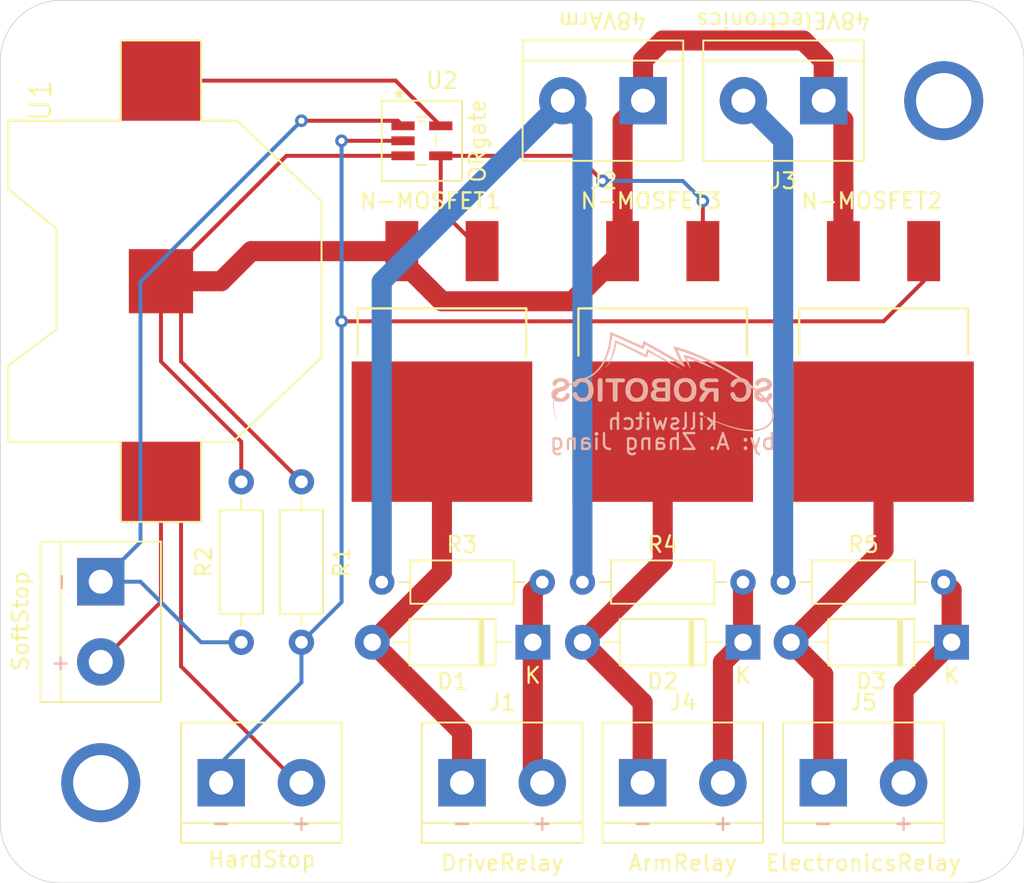
<source format=kicad_pcb>
(kicad_pcb (version 20171130) (host pcbnew "(5.1.10)-1")

  (general
    (thickness 1.6)
    (drawings 29)
    (tracks 94)
    (zones 0)
    (modules 21)
    (nets 14)
  )

  (page A4)
  (layers
    (0 F.Cu signal)
    (31 B.Cu signal)
    (32 B.Adhes user)
    (33 F.Adhes user)
    (34 B.Paste user)
    (35 F.Paste user)
    (36 B.SilkS user)
    (37 F.SilkS user)
    (38 B.Mask user)
    (39 F.Mask user)
    (40 Dwgs.User user)
    (41 Cmts.User user)
    (42 Eco1.User user)
    (43 Eco2.User user)
    (44 Edge.Cuts user)
    (45 Margin user)
    (46 B.CrtYd user)
    (47 F.CrtYd user)
    (48 B.Fab user)
    (49 F.Fab user)
  )

  (setup
    (last_trace_width 0.25)
    (trace_clearance 0.2)
    (zone_clearance 0.508)
    (zone_45_only no)
    (trace_min 0.2)
    (via_size 0.8)
    (via_drill 0.4)
    (via_min_size 0.4)
    (via_min_drill 0.3)
    (uvia_size 0.3)
    (uvia_drill 0.1)
    (uvias_allowed no)
    (uvia_min_size 0.2)
    (uvia_min_drill 0.1)
    (edge_width 0.05)
    (segment_width 0.2)
    (pcb_text_width 0.3)
    (pcb_text_size 1.5 1.5)
    (mod_edge_width 0.12)
    (mod_text_size 1 1)
    (mod_text_width 0.15)
    (pad_size 1.524 1.524)
    (pad_drill 0.762)
    (pad_to_mask_clearance 0)
    (aux_axis_origin 0 0)
    (visible_elements 7FFFFFFF)
    (pcbplotparams
      (layerselection 0x010fc_ffffffff)
      (usegerberextensions false)
      (usegerberattributes true)
      (usegerberadvancedattributes true)
      (creategerberjobfile true)
      (excludeedgelayer true)
      (linewidth 0.100000)
      (plotframeref false)
      (viasonmask false)
      (mode 1)
      (useauxorigin false)
      (hpglpennumber 1)
      (hpglpenspeed 20)
      (hpglpendiameter 15.000000)
      (psnegative false)
      (psa4output false)
      (plotreference true)
      (plotvalue true)
      (plotinvisibletext false)
      (padsonsilk false)
      (subtractmaskfromsilk false)
      (outputformat 1)
      (mirror false)
      (drillshape 0)
      (scaleselection 1)
      (outputdirectory ""))
  )

  (net 0 "")
  (net 1 GND)
  (net 2 HS)
  (net 3 +48V)
  (net 4 48V_electronics)
  (net 5 3V)
  (net 6 SS)
  (net 7 toRelay1)
  (net 8 toRelay2)
  (net 9 toRelay3)
  (net 10 outRelay1)
  (net 11 outRelay2)
  (net 12 outRelay3)
  (net 13 ORout)

  (net_class Default "This is the default net class."
    (clearance 0.2)
    (trace_width 0.25)
    (via_dia 0.8)
    (via_drill 0.4)
    (uvia_dia 0.3)
    (uvia_drill 0.1)
    (add_net +48V)
    (add_net 3V)
    (add_net 48V_electronics)
    (add_net GND)
    (add_net HS)
    (add_net ORout)
    (add_net SS)
    (add_net outRelay1)
    (add_net outRelay2)
    (add_net outRelay3)
    (add_net toRelay1)
    (add_net toRelay2)
    (add_net toRelay3)
  )

  (module alexisawesome:SCRoboticsLogo (layer B.Cu) (tedit 0) (tstamp 61DF5611)
    (at 172.72 78.74 180)
    (fp_text reference G*** (at 0 0) (layer B.SilkS) hide
      (effects (font (size 1.524 1.524) (thickness 0.3)) (justify mirror))
    )
    (fp_text value LOGO (at 0.75 0) (layer B.SilkS) hide
      (effects (font (size 1.524 1.524) (thickness 0.3)) (justify mirror))
    )
    (fp_poly (pts (xy -1.308041 1.685196) (xy -1.310415 1.673921) (xy -1.317128 1.654894) (xy -1.328485 1.627445)
      (xy -1.344791 1.590904) (xy -1.366349 1.544599) (xy -1.393463 1.48786) (xy -1.426439 1.420015)
      (xy -1.46558 1.340395) (xy -1.495029 1.280886) (xy -1.530771 1.209298) (xy -1.565604 1.140453)
      (xy -1.598929 1.075472) (xy -1.630145 1.015476) (xy -1.658652 0.961588) (xy -1.68385 0.914927)
      (xy -1.705139 0.876617) (xy -1.72192 0.847779) (xy -1.733591 0.829533) (xy -1.739553 0.823002)
      (xy -1.739949 0.823131) (xy -1.739476 0.831523) (xy -1.734802 0.852027) (xy -1.726441 0.883025)
      (xy -1.714904 0.922901) (xy -1.700705 0.970038) (xy -1.684356 1.02282) (xy -1.66637 1.07963)
      (xy -1.647259 1.138852) (xy -1.627537 1.198868) (xy -1.607716 1.258063) (xy -1.588308 1.314819)
      (xy -1.569827 1.367521) (xy -1.552786 1.414551) (xy -1.550013 1.422014) (xy -1.539518 1.450963)
      (xy -1.531606 1.474367) (xy -1.527255 1.489242) (xy -1.526829 1.492963) (xy -1.534338 1.491474)
      (xy -1.55362 1.485364) (xy -1.582924 1.475278) (xy -1.6205 1.461863) (xy -1.664598 1.445769)
      (xy -1.713465 1.427641) (xy -1.765353 1.408127) (xy -1.818509 1.387875) (xy -1.871184 1.367531)
      (xy -1.921626 1.347743) (xy -1.948542 1.337028) (xy -1.982936 1.323136) (xy -2.028907 1.304391)
      (xy -2.084641 1.28154) (xy -2.148326 1.255333) (xy -2.218149 1.226515) (xy -2.292296 1.195836)
      (xy -2.368955 1.164043) (xy -2.446312 1.131884) (xy -2.488714 1.114222) (xy -2.621086 1.059142)
      (xy -2.740569 1.009629) (xy -2.847119 0.965704) (xy -2.94069 0.927383) (xy -3.021235 0.894686)
      (xy -3.088709 0.867632) (xy -3.143065 0.846237) (xy -3.184258 0.830522) (xy -3.212242 0.820504)
      (xy -3.226972 0.816202) (xy -3.229428 0.816387) (xy -3.223512 0.822596) (xy -3.206792 0.835388)
      (xy -3.18081 0.853714) (xy -3.147106 0.876526) (xy -3.107224 0.902774) (xy -3.062704 0.93141)
      (xy -3.029857 0.952157) (xy -2.840287 1.066615) (xy -2.646233 1.175319) (xy -2.44989 1.277211)
      (xy -2.253454 1.371233) (xy -2.059118 1.456325) (xy -1.869079 1.53143) (xy -1.718096 1.584786)
      (xy -1.685657 1.595055) (xy -1.645777 1.606833) (xy -1.600622 1.619566) (xy -1.552356 1.632698)
      (xy -1.503145 1.645677) (xy -1.455155 1.657946) (xy -1.41055 1.668951) (xy -1.371497 1.678137)
      (xy -1.34016 1.684951) (xy -1.318704 1.688836) (xy -1.309703 1.68939) (xy -1.308041 1.685196)) (layer B.SilkS) (width 0.01))
    (fp_poly (pts (xy 3.003887 2.602482) (xy 3.007809 2.582643) (xy 3.012681 2.554074) (xy 3.017996 2.519601)
      (xy 3.018881 2.513536) (xy 3.049767 2.322059) (xy 3.086498 2.13278) (xy 3.128423 1.948505)
      (xy 3.17489 1.77204) (xy 3.225247 1.606192) (xy 3.239571 1.563171) (xy 3.287029 1.432092)
      (xy 3.335734 1.314824) (xy 3.38605 1.210692) (xy 3.438338 1.119019) (xy 3.492962 1.039129)
      (xy 3.550283 0.970348) (xy 3.566732 0.953123) (xy 3.588714 0.930103) (xy 3.602812 0.913845)
      (xy 3.608159 0.905445) (xy 3.603976 0.905952) (xy 3.584099 0.920268) (xy 3.557658 0.943474)
      (xy 3.527075 0.973062) (xy 3.494776 1.006527) (xy 3.463185 1.041363) (xy 3.434727 1.075063)
      (xy 3.41327 1.103086) (xy 3.346488 1.204979) (xy 3.282814 1.319449) (xy 3.222105 1.446825)
      (xy 3.164216 1.587439) (xy 3.109005 1.741621) (xy 3.056329 1.909703) (xy 3.041978 1.959429)
      (xy 3.026189 2.017287) (xy 3.009107 2.083616) (xy 2.991666 2.154484) (xy 2.974799 2.225959)
      (xy 2.959441 2.294109) (xy 2.946525 2.355002) (xy 2.939432 2.391229) (xy 2.934492 2.417388)
      (xy 2.930169 2.439707) (xy 2.928015 2.450377) (xy 2.926352 2.454251) (xy 2.922486 2.456067)
      (xy 2.915113 2.455264) (xy 2.902927 2.451287) (xy 2.884623 2.443576) (xy 2.858896 2.431574)
      (xy 2.82444 2.414723) (xy 2.779951 2.392465) (xy 2.724122 2.364241) (xy 2.711331 2.357756)
      (xy 2.660012 2.331865) (xy 2.596968 2.300287) (xy 2.523528 2.263677) (xy 2.441021 2.222691)
      (xy 2.350777 2.177982) (xy 2.254127 2.130205) (xy 2.152399 2.080016) (xy 2.046924 2.028068)
      (xy 1.939032 1.975017) (xy 1.830052 1.921517) (xy 1.721313 1.868223) (xy 1.614147 1.81579)
      (xy 1.509882 1.764872) (xy 1.409849 1.716125) (xy 1.315377 1.670202) (xy 1.282304 1.654158)
      (xy 1.210578 1.619612) (xy 1.148212 1.590046) (xy 1.095805 1.565731) (xy 1.053957 1.546935)
      (xy 1.02327 1.53393) (xy 1.004342 1.526985) (xy 0.997798 1.526255) (xy 0.995435 1.535526)
      (xy 0.990371 1.556869) (xy 0.983091 1.588194) (xy 0.974078 1.627412) (xy 0.963816 1.672434)
      (xy 0.957161 1.7018) (xy 0.946326 1.749112) (xy 0.936319 1.791669) (xy 0.92764 1.827433)
      (xy 0.920789 1.854366) (xy 0.916269 1.870428) (xy 0.914856 1.874034) (xy 0.907568 1.87207)
      (xy 0.889201 1.863912) (xy 0.861384 1.850379) (xy 0.825747 1.832285) (xy 0.783921 1.810447)
      (xy 0.737535 1.785682) (xy 0.725475 1.779162) (xy 0.635943 1.730749) (xy 0.541866 1.680108)
      (xy 0.443995 1.627633) (xy 0.34308 1.573714) (xy 0.239873 1.518745) (xy 0.135125 1.463115)
      (xy 0.029587 1.407219) (xy -0.075991 1.351447) (xy -0.180857 1.296192) (xy -0.284261 1.241846)
      (xy -0.385451 1.1888) (xy -0.483677 1.137447) (xy -0.578188 1.088179) (xy -0.668232 1.041387)
      (xy -0.753059 0.997464) (xy -0.831918 0.956801) (xy -0.904057 0.919791) (xy -0.968726 0.886826)
      (xy -1.025175 0.858297) (xy -1.072651 0.834597) (xy -1.110404 0.816117) (xy -1.137683 0.80325)
      (xy -1.153738 0.796387) (xy -1.157816 0.795921) (xy -1.157514 0.796264) (xy -1.14761 0.803633)
      (xy -1.125936 0.817779) (xy -1.093296 0.838229) (xy -1.050495 0.864514) (xy -0.998339 0.896163)
      (xy -0.937632 0.932703) (xy -0.869179 0.973665) (xy -0.793785 1.018578) (xy -0.712255 1.06697)
      (xy -0.625394 1.11837) (xy -0.534006 1.172308) (xy -0.438898 1.228312) (xy -0.340873 1.285912)
      (xy -0.240736 1.344636) (xy -0.139293 1.404013) (xy -0.037348 1.463574) (xy 0.064294 1.522845)
      (xy 0.164827 1.581358) (xy 0.263447 1.638639) (xy 0.359349 1.69422) (xy 0.451728 1.747628)
      (xy 0.53978 1.798392) (xy 0.622698 1.846042) (xy 0.699679 1.890107) (xy 0.769917 1.930115)
      (xy 0.832608 1.965596) (xy 0.886946 1.996079) (xy 0.932127 2.021092) (xy 0.967345 2.040165)
      (xy 0.977303 2.04542) (xy 0.982341 2.047595) (xy 0.986684 2.047238) (xy 0.990888 2.042768)
      (xy 0.995508 2.0326) (xy 1.001103 2.015153) (xy 1.008228 1.988843) (xy 1.01744 1.952087)
      (xy 1.029295 1.903303) (xy 1.033718 1.884979) (xy 1.045385 1.836992) (xy 1.056192 1.793267)
      (xy 1.065597 1.755933) (xy 1.073062 1.727115) (xy 1.078046 1.708944) (xy 1.079672 1.70391)
      (xy 1.082326 1.701768) (xy 1.088344 1.701835) (xy 1.098758 1.704569) (xy 1.114596 1.710427)
      (xy 1.136889 1.719867) (xy 1.166665 1.733349) (xy 1.204956 1.751329) (xy 1.252791 1.774266)
      (xy 1.311199 1.802619) (xy 1.38121 1.836845) (xy 1.407886 1.849924) (xy 1.516194 1.90297)
      (xy 1.626128 1.956651) (xy 1.736914 2.010599) (xy 1.847779 2.064444) (xy 1.957949 2.117817)
      (xy 2.066653 2.170348) (xy 2.173116 2.22167) (xy 2.276565 2.271411) (xy 2.376227 2.319205)
      (xy 2.47133 2.36468) (xy 2.561099 2.407468) (xy 2.644761 2.447201) (xy 2.721544 2.483507)
      (xy 2.790674 2.51602) (xy 2.851378 2.544369) (xy 2.902883 2.568184) (xy 2.944415 2.587098)
      (xy 2.975202 2.600741) (xy 2.99447 2.608744) (xy 3.001424 2.610767) (xy 3.003887 2.602482)) (layer B.SilkS) (width 0.01))
    (fp_poly (pts (xy -0.074773 0.19556) (xy -0.008442 0.195087) (xy 0.058724 0.194207) (xy 0.124774 0.192943)
      (xy 0.187758 0.191321) (xy 0.245723 0.189366) (xy 0.296717 0.187103) (xy 0.338791 0.184555)
      (xy 0.369991 0.181749) (xy 0.386711 0.17913) (xy 0.457788 0.155754) (xy 0.521179 0.12128)
      (xy 0.575567 0.076704) (xy 0.619639 0.02302) (xy 0.64048 -0.01294) (xy 0.666348 -0.07952)
      (xy 0.678549 -0.146866) (xy 0.677537 -0.213381) (xy 0.663763 -0.277469) (xy 0.637679 -0.337534)
      (xy 0.599736 -0.391979) (xy 0.550387 -0.439207) (xy 0.512474 -0.46524) (xy 0.473099 -0.488791)
      (xy 0.539455 -0.521229) (xy 0.605416 -0.560055) (xy 0.658676 -0.605896) (xy 0.699312 -0.658884)
      (xy 0.727398 -0.719148) (xy 0.74301 -0.786819) (xy 0.746224 -0.862026) (xy 0.745465 -0.876797)
      (xy 0.733842 -0.952611) (xy 0.70965 -1.022167) (xy 0.673538 -1.084434) (xy 0.626156 -1.138379)
      (xy 0.568153 -1.182969) (xy 0.544031 -1.196943) (xy 0.488639 -1.220674) (xy 0.421503 -1.239367)
      (xy 0.344675 -1.252486) (xy 0.32036 -1.255223) (xy 0.296741 -1.256849) (xy 0.261887 -1.25825)
      (xy 0.217686 -1.259423) (xy 0.166027 -1.260368) (xy 0.108796 -1.261083) (xy 0.047882 -1.261565)
      (xy -0.014828 -1.261813) (xy -0.077446 -1.261826) (xy -0.138085 -1.261602) (xy -0.194857 -1.261139)
      (xy -0.245874 -1.260436) (xy -0.289248 -1.25949) (xy -0.323092 -1.258301) (xy -0.345518 -1.256866)
      (xy -0.353 -1.25582) (xy -0.393709 -1.239178) (xy -0.426281 -1.211441) (xy -0.443985 -1.184455)
      (xy -0.460828 -1.150257) (xy -0.461206 -1.038936) (xy -0.166914 -1.038936) (xy 0.041729 -1.036115)
      (xy 0.103357 -1.035204) (xy 0.152427 -1.034232) (xy 0.190895 -1.033057) (xy 0.220717 -1.031538)
      (xy 0.243848 -1.029532) (xy 0.262246 -1.026898) (xy 0.277864 -1.023494) (xy 0.292661 -1.019178)
      (xy 0.297543 -1.017581) (xy 0.34952 -0.995984) (xy 0.388636 -0.969378) (xy 0.416111 -0.93627)
      (xy 0.433165 -0.895165) (xy 0.441021 -0.844569) (xy 0.441194 -0.841757) (xy 0.439961 -0.786015)
      (xy 0.428678 -0.739737) (xy 0.406532 -0.701827) (xy 0.372713 -0.671187) (xy 0.32641 -0.646721)
      (xy 0.286658 -0.632835) (xy 0.270615 -0.629284) (xy 0.247651 -0.626345) (xy 0.216309 -0.623935)
      (xy 0.175134 -0.621971) (xy 0.122669 -0.620369) (xy 0.057458 -0.619045) (xy 0.041729 -0.61879)
      (xy -0.166914 -0.615534) (xy -0.166914 -1.038936) (xy -0.461206 -1.038936) (xy -0.462848 -0.555495)
      (xy -0.463182 -0.436138) (xy -0.463229 -0.400167) (xy -0.166914 -0.400167) (xy 0.034472 -0.397444)
      (xy 0.096214 -0.396489) (xy 0.145277 -0.3954) (xy 0.183499 -0.394057) (xy 0.212716 -0.392338)
      (xy 0.234763 -0.390123) (xy 0.251478 -0.38729) (xy 0.264695 -0.383719) (xy 0.269696 -0.381951)
      (xy 0.310085 -0.359619) (xy 0.344861 -0.326765) (xy 0.367074 -0.292941) (xy 0.375024 -0.271764)
      (xy 0.379437 -0.245427) (xy 0.380976 -0.209653) (xy 0.381 -0.2032) (xy 0.378454 -0.158789)
      (xy 0.369927 -0.125275) (xy 0.354089 -0.099809) (xy 0.329608 -0.079537) (xy 0.320829 -0.074295)
      (xy 0.298551 -0.063073) (xy 0.274584 -0.054042) (xy 0.246996 -0.046929) (xy 0.213853 -0.041459)
      (xy 0.17322 -0.037357) (xy 0.123164 -0.034348) (xy 0.061752 -0.032159) (xy 0.016329 -0.031076)
      (xy -0.166914 -0.027287) (xy -0.166914 -0.400167) (xy -0.463229 -0.400167) (xy -0.463321 -0.330728)
      (xy -0.46326 -0.238699) (xy -0.462993 -0.159486) (xy -0.462514 -0.092523) (xy -0.461818 -0.037244)
      (xy -0.460899 0.006917) (xy -0.459751 0.040525) (xy -0.458369 0.064147) (xy -0.456748 0.078348)
      (xy -0.456524 0.079505) (xy -0.440979 0.121723) (xy -0.414289 0.155089) (xy -0.377597 0.178477)
      (xy -0.345932 0.188444) (xy -0.325594 0.190939) (xy -0.292712 0.192877) (xy -0.249238 0.194284)
      (xy -0.197122 0.195183) (xy -0.138317 0.1956) (xy -0.074773 0.19556)) (layer B.SilkS) (width 0.01))
    (fp_poly (pts (xy 4.005399 0.211133) (xy 4.044483 0.192591) (xy 4.075081 0.162576) (xy 4.096252 0.121815)
      (xy 4.100457 0.108221) (xy 4.10191 0.095224) (xy 4.103158 0.067912) (xy 4.104198 0.026485)
      (xy 4.105031 -0.028859) (xy 4.105653 -0.097922) (xy 4.106063 -0.180503) (xy 4.10626 -0.276405)
      (xy 4.106242 -0.385429) (xy 4.106007 -0.507377) (xy 4.105885 -0.549268) (xy 4.105535 -0.659335)
      (xy 4.1052 -0.755829) (xy 4.104858 -0.83969) (xy 4.104483 -0.911859) (xy 4.104052 -0.973278)
      (xy 4.10354 -1.024887) (xy 4.102922 -1.067628) (xy 4.102175 -1.10244) (xy 4.101274 -1.130265)
      (xy 4.100195 -1.152044) (xy 4.098913 -1.168718) (xy 4.097405 -1.181227) (xy 4.095646 -1.190513)
      (xy 4.093612 -1.197517) (xy 4.091278 -1.203178) (xy 4.08889 -1.207927) (xy 4.073277 -1.230957)
      (xy 4.052767 -1.253267) (xy 4.046628 -1.258613) (xy 4.029883 -1.270671) (xy 4.01346 -1.277714)
      (xy 3.992094 -1.281357) (xy 3.967311 -1.282933) (xy 3.932022 -1.282933) (xy 3.907038 -1.278966)
      (xy 3.893474 -1.273473) (xy 3.864108 -1.254191) (xy 3.842539 -1.230407) (xy 3.829185 -1.208314)
      (xy 3.826468 -1.203076) (xy 3.824084 -1.197528) (xy 3.822009 -1.190728) (xy 3.820217 -1.181736)
      (xy 3.818683 -1.169611) (xy 3.817382 -1.153412) (xy 3.816289 -1.132198) (xy 3.81538 -1.105028)
      (xy 3.814628 -1.07096) (xy 3.81401 -1.029055) (xy 3.8135 -0.97837) (xy 3.813072 -0.917966)
      (xy 3.812703 -0.8469) (xy 3.812367 -0.764233) (xy 3.812039 -0.669023) (xy 3.811693 -0.560329)
      (xy 3.811659 -0.549268) (xy 3.811354 -0.423211) (xy 3.811266 -0.310013) (xy 3.811394 -0.209873)
      (xy 3.811736 -0.12299) (xy 3.81229 -0.049563) (xy 3.813055 0.01021) (xy 3.814029 0.056131)
      (xy 3.81521 0.088) (xy 3.816597 0.105618) (xy 3.817086 0.108221) (xy 3.835374 0.151935)
      (xy 3.863361 0.185112) (xy 3.900104 0.207024) (xy 3.944661 0.216945) (xy 3.958772 0.217476)
      (xy 4.005399 0.211133)) (layer B.SilkS) (width 0.01))
    (fp_poly (pts (xy 3.090224 0.195748) (xy 3.165293 0.195559) (xy 3.237268 0.19522) (xy 3.304683 0.194731)
      (xy 3.36607 0.19409) (xy 3.419961 0.193297) (xy 3.46489 0.192349) (xy 3.49939 0.191247)
      (xy 3.521992 0.189989) (xy 3.530039 0.188995) (xy 3.569783 0.173232) (xy 3.599974 0.147866)
      (xy 3.619448 0.115067) (xy 3.627041 0.077009) (xy 3.62159 0.035865) (xy 3.617899 0.024948)
      (xy 3.599937 -0.006539) (xy 3.575757 -0.027608) (xy 3.546215 -0.047171) (xy 3.351789 -0.049417)
      (xy 3.157363 -0.051662) (xy 3.155296 -0.615474) (xy 3.154901 -0.719483) (xy 3.154512 -0.809971)
      (xy 3.154105 -0.88793) (xy 3.153651 -0.954353) (xy 3.153125 -1.010232) (xy 3.1525 -1.05656)
      (xy 3.151751 -1.094329) (xy 3.15085 -1.124533) (xy 3.149772 -1.148164) (xy 3.148489 -1.166214)
      (xy 3.146977 -1.179676) (xy 3.145207 -1.189543) (xy 3.143154 -1.196807) (xy 3.140793 -1.202462)
      (xy 3.139654 -1.204686) (xy 3.121406 -1.234196) (xy 3.101646 -1.254558) (xy 3.075541 -1.270753)
      (xy 3.075504 -1.270772) (xy 3.046351 -1.28026) (xy 3.010904 -1.284213) (xy 2.975386 -1.282503)
      (xy 2.946022 -1.275002) (xy 2.942772 -1.27349) (xy 2.912824 -1.251838) (xy 2.886978 -1.221238)
      (xy 2.86969 -1.187253) (xy 2.867358 -1.179401) (xy 2.865626 -1.166144) (xy 2.864113 -1.140811)
      (xy 2.862815 -1.103098) (xy 2.861729 -1.0527) (xy 2.860849 -0.989313) (xy 2.860172 -0.912633)
      (xy 2.859694 -0.822355) (xy 2.859409 -0.718174) (xy 2.859315 -0.599786) (xy 2.859315 -0.0508)
      (xy 2.672443 -0.05064) (xy 2.614391 -0.050496) (xy 2.568926 -0.050094) (xy 2.534122 -0.049312)
      (xy 2.508051 -0.048029) (xy 2.488787 -0.046123) (xy 2.474403 -0.043472) (xy 2.462973 -0.039956)
      (xy 2.455825 -0.036972) (xy 2.423767 -0.01524) (xy 2.401659 0.014448) (xy 2.389931 0.049096)
      (xy 2.389012 0.085704) (xy 2.399332 0.121274) (xy 2.421321 0.152808) (xy 2.427759 0.158899)
      (xy 2.450074 0.174632) (xy 2.474474 0.186481) (xy 2.479931 0.18825) (xy 2.492189 0.189638)
      (xy 2.517493 0.190888) (xy 2.554377 0.191998) (xy 2.601373 0.192969) (xy 2.657013 0.193798)
      (xy 2.71983 0.194485) (xy 2.788358 0.195028) (xy 2.861128 0.195427) (xy 2.936674 0.195681)
      (xy 3.013528 0.195788) (xy 3.090224 0.195748)) (layer B.SilkS) (width 0.01))
    (fp_poly (pts (xy 1.715571 0.215688) (xy 1.76854 0.211219) (xy 1.772822 0.21066) (xy 1.873345 0.190601)
      (xy 1.965294 0.159029) (xy 2.048363 0.116358) (xy 2.122246 0.063005) (xy 2.186636 -0.000617)
      (xy 2.241226 -0.07409) (xy 2.285711 -0.156999) (xy 2.319783 -0.248929) (xy 2.343137 -0.349464)
      (xy 2.355466 -0.458189) (xy 2.356464 -0.574688) (xy 2.356217 -0.580571) (xy 2.346507 -0.690186)
      (xy 2.327306 -0.789498) (xy 2.298222 -0.879514) (xy 2.258863 -0.961239) (xy 2.208839 -1.035678)
      (xy 2.155372 -1.096271) (xy 2.093722 -1.151577) (xy 2.028208 -1.196166) (xy 1.955779 -1.231764)
      (xy 1.873381 -1.260096) (xy 1.858403 -1.26425) (xy 1.824829 -1.270849) (xy 1.780326 -1.276096)
      (xy 1.728428 -1.279897) (xy 1.672664 -1.282158) (xy 1.616567 -1.282787) (xy 1.563667 -1.281689)
      (xy 1.517498 -1.278772) (xy 1.482936 -1.2742) (xy 1.38478 -1.248971) (xy 1.295483 -1.21236)
      (xy 1.215308 -1.164681) (xy 1.144517 -1.106245) (xy 1.083375 -1.037366) (xy 1.032144 -0.958357)
      (xy 0.991088 -0.869531) (xy 0.960469 -0.771202) (xy 0.94055 -0.663682) (xy 0.936122 -0.623568)
      (xy 0.931604 -0.50979) (xy 1.238167 -0.50979) (xy 1.238229 -0.537028) (xy 1.239785 -0.60285)
      (xy 1.244184 -0.657968) (xy 1.252124 -0.706032) (xy 1.264304 -0.750695) (xy 1.281422 -0.795607)
      (xy 1.292356 -0.819952) (xy 1.331273 -0.887734) (xy 1.378831 -0.944111) (xy 1.434214 -0.988691)
      (xy 1.49661 -1.02108) (xy 1.565201 -1.040885) (xy 1.639174 -1.047713) (xy 1.717713 -1.04117)
      (xy 1.741486 -1.03666) (xy 1.803208 -1.016336) (xy 1.861502 -0.98328) (xy 1.914295 -0.939215)
      (xy 1.95951 -0.885858) (xy 1.993949 -0.827314) (xy 2.012671 -0.786104) (xy 2.026806 -0.749308)
      (xy 2.036964 -0.713687) (xy 2.043755 -0.676002) (xy 2.047792 -0.633013) (xy 2.049684 -0.58148)
      (xy 2.050064 -0.529771) (xy 2.049841 -0.48004) (xy 2.049065 -0.441826) (xy 2.047474 -0.412135)
      (xy 2.044807 -0.38797) (xy 2.040803 -0.366339) (xy 2.0352 -0.344246) (xy 2.033277 -0.337457)
      (xy 2.004062 -0.256966) (xy 1.966071 -0.187867) (xy 1.919406 -0.130272) (xy 1.864169 -0.084289)
      (xy 1.800464 -0.05003) (xy 1.748643 -0.032478) (xy 1.710738 -0.025769) (xy 1.664415 -0.022564)
      (xy 1.615339 -0.022852) (xy 1.569174 -0.026623) (xy 1.535188 -0.032883) (xy 1.468245 -0.057514)
      (xy 1.408813 -0.094377) (xy 1.357232 -0.143086) (xy 1.313842 -0.203254) (xy 1.278985 -0.274494)
      (xy 1.254035 -0.352265) (xy 1.247553 -0.380143) (xy 1.243033 -0.406239) (xy 1.240167 -0.434148)
      (xy 1.238648 -0.467466) (xy 1.238167 -0.50979) (xy 0.931604 -0.50979) (xy 0.931586 -0.509342)
      (xy 0.939142 -0.399444) (xy 0.958505 -0.294925) (xy 0.989389 -0.196835) (xy 1.03151 -0.106224)
      (xy 1.084584 -0.024142) (xy 1.105885 0.002604) (xy 1.154297 0.051356) (xy 1.213853 0.096967)
      (xy 1.281226 0.13745) (xy 1.353091 0.170819) (xy 1.426124 0.195088) (xy 1.429658 0.196004)
      (xy 1.47532 0.204933) (xy 1.531041 0.21155) (xy 1.592522 0.21567) (xy 1.655465 0.217111)
      (xy 1.715571 0.215688)) (layer B.SilkS) (width 0.01))
    (fp_poly (pts (xy -1.382485 0.215476) (xy -1.312457 0.211269) (xy -1.252509 0.203796) (xy -1.198383 0.192045)
      (xy -1.145821 0.175) (xy -1.090564 0.151651) (xy -1.06692 0.1404) (xy -1.032044 0.122942)
      (xy -1.005023 0.107836) (xy -0.982093 0.092339) (xy -0.959494 0.073708) (xy -0.933463 0.0492)
      (xy -0.910389 0.02628) (xy -0.879835 -0.004911) (xy -0.857102 -0.030003) (xy -0.83941 -0.052813)
      (xy -0.823983 -0.077157) (xy -0.808041 -0.106853) (xy -0.796188 -0.130628) (xy -0.765854 -0.198408)
      (xy -0.743002 -0.264368) (xy -0.7269 -0.331983) (xy -0.716817 -0.404728) (xy -0.712021 -0.486076)
      (xy -0.711373 -0.5334) (xy -0.716257 -0.647275) (xy -0.731358 -0.751293) (xy -0.756945 -0.846169)
      (xy -0.793286 -0.932613) (xy -0.84065 -1.01134) (xy -0.899306 -1.083062) (xy -0.930264 -1.114003)
      (xy -0.997887 -1.169451) (xy -1.071228 -1.21351) (xy -1.15135 -1.246542) (xy -1.239314 -1.268911)
      (xy -1.336184 -1.280981) (xy -1.425165 -1.283427) (xy -1.464201 -1.282822) (xy -1.499717 -1.281924)
      (xy -1.528344 -1.280842) (xy -1.546708 -1.279686) (xy -1.5494 -1.279385) (xy -1.618212 -1.265854)
      (xy -1.689696 -1.244353) (xy -1.758969 -1.216709) (xy -1.82115 -1.184747) (xy -1.8482 -1.167618)
      (xy -1.919198 -1.110571) (xy -1.980369 -1.043416) (xy -2.031889 -0.965868) (xy -2.073937 -0.877645)
      (xy -2.10669 -0.778461) (xy -2.116193 -0.740228) (xy -2.121659 -0.707656) (xy -2.126108 -0.664222)
      (xy -2.129428 -0.61355) (xy -2.131506 -0.559264) (xy -2.131949 -0.526143) (xy -1.830688 -0.526143)
      (xy -1.829592 -0.589634) (xy -1.825642 -0.643046) (xy -1.818156 -0.690651) (xy -1.806453 -0.73672)
      (xy -1.789851 -0.785525) (xy -1.788904 -0.788049) (xy -1.755559 -0.857756) (xy -1.712376 -0.917684)
      (xy -1.66065 -0.967166) (xy -1.601675 -1.005534) (xy -1.536745 -1.032122) (xy -1.467155 -1.046263)
      (xy -1.3942 -1.04729) (xy -1.319173 -1.034534) (xy -1.313542 -1.033016) (xy -1.245467 -1.007022)
      (xy -1.185428 -0.969168) (xy -1.13372 -0.919871) (xy -1.090639 -0.859549) (xy -1.056479 -0.78862)
      (xy -1.031537 -0.707501) (xy -1.016107 -0.61661) (xy -1.01557 -0.611622) (xy -1.011281 -0.52315)
      (xy -1.016712 -0.437047) (xy -1.031344 -0.355214) (xy -1.054661 -0.279548) (xy -1.086145 -0.211949)
      (xy -1.125277 -0.154315) (xy -1.146722 -0.13065) (xy -1.202327 -0.084599) (xy -1.264318 -0.051286)
      (xy -1.333201 -0.030512) (xy -1.409485 -0.02208) (xy -1.425739 -0.021857) (xy -1.500864 -0.027363)
      (xy -1.567479 -0.044029) (xy -1.626963 -0.072392) (xy -1.680697 -0.112988) (xy -1.694781 -0.1265)
      (xy -1.740209 -0.181604) (xy -1.776984 -0.247085) (xy -1.805575 -0.323822) (xy -1.811959 -0.34661)
      (xy -1.819644 -0.377959) (xy -1.824921 -0.406005) (xy -1.828224 -0.43491) (xy -1.829987 -0.468837)
      (xy -1.830644 -0.511947) (xy -1.830688 -0.526143) (xy -2.131949 -0.526143) (xy -2.132233 -0.50499)
      (xy -2.131495 -0.45435) (xy -2.129182 -0.41097) (xy -2.12698 -0.389848) (xy -2.106919 -0.286111)
      (xy -2.075712 -0.190352) (xy -2.033824 -0.103173) (xy -1.98172 -0.025179) (xy -1.919863 0.043024)
      (xy -1.848719 0.100832) (xy -1.768752 0.147642) (xy -1.688876 0.180115) (xy -1.628448 0.197401)
      (xy -1.567312 0.208964) (xy -1.501755 0.215232) (xy -1.428068 0.216633) (xy -1.382485 0.215476)) (layer B.SilkS) (width 0.01))
    (fp_poly (pts (xy -3.062514 0.192091) (xy -2.979327 0.191992) (xy -2.909298 0.191779) (xy -2.85107 0.19141)
      (xy -2.803288 0.190841) (xy -2.764594 0.190031) (xy -2.733634 0.188936) (xy -2.70905 0.187515)
      (xy -2.689487 0.185724) (xy -2.673587 0.183521) (xy -2.659996 0.180864) (xy -2.653214 0.179244)
      (xy -2.578089 0.153618) (xy -2.511578 0.117149) (xy -2.454553 0.070589) (xy -2.407887 0.014689)
      (xy -2.372454 -0.049797) (xy -2.364576 -0.069528) (xy -2.357795 -0.090206) (xy -2.35321 -0.111129)
      (xy -2.350416 -0.135873) (xy -2.349006 -0.168015) (xy -2.348575 -0.210457) (xy -2.348796 -0.252192)
      (xy -2.34991 -0.28297) (xy -2.352341 -0.306341) (xy -2.356516 -0.325857) (xy -2.362857 -0.345066)
      (xy -2.365509 -0.351971) (xy -2.384248 -0.394556) (xy -2.404861 -0.428865) (xy -2.431266 -0.460675)
      (xy -2.455692 -0.484924) (xy -2.489307 -0.511543) (xy -2.532585 -0.53845) (xy -2.580922 -0.563251)
      (xy -2.629716 -0.583555) (xy -2.668582 -0.595606) (xy -2.706451 -0.604968) (xy -2.672211 -0.628519)
      (xy -2.612978 -0.676089) (xy -2.553836 -0.736862) (xy -2.495797 -0.809556) (xy -2.439874 -0.892888)
      (xy -2.387077 -0.985576) (xy -2.380537 -0.998164) (xy -2.351045 -1.059625) (xy -2.331155 -1.110661)
      (xy -2.320759 -1.151632) (xy -2.319748 -1.182901) (xy -2.322061 -1.193119) (xy -2.341713 -1.232113)
      (xy -2.371179 -1.260575) (xy -2.40993 -1.278153) (xy -2.457434 -1.284498) (xy -2.460171 -1.284514)
      (xy -2.506099 -1.279309) (xy -2.545114 -1.262674) (xy -2.580779 -1.233079) (xy -2.5813 -1.232536)
      (xy -2.590877 -1.220242) (xy -2.606699 -1.197254) (xy -2.627615 -1.165362) (xy -2.652473 -1.126358)
      (xy -2.68012 -1.082035) (xy -2.709404 -1.034183) (xy -2.718203 -1.019628) (xy -2.765535 -0.941675)
      (xy -2.806834 -0.8754) (xy -2.843184 -0.819833) (xy -2.875667 -0.774001) (xy -2.905366 -0.736932)
      (xy -2.933364 -0.707654) (xy -2.960743 -0.685195) (xy -2.988585 -0.668584) (xy -3.017974 -0.656848)
      (xy -3.049992 -0.649015) (xy -3.085722 -0.644114) (xy -3.126246 -0.641173) (xy -3.140528 -0.640481)
      (xy -3.229428 -0.636517) (xy -3.22947 -0.875244) (xy -3.229694 -0.934893) (xy -3.230309 -0.991775)
      (xy -3.231261 -1.043766) (xy -3.232498 -1.08874) (xy -3.233966 -1.124575) (xy -3.235612 -1.149145)
      (xy -3.236537 -1.15687) (xy -3.24994 -1.204722) (xy -3.272602 -1.241417) (xy -3.304439 -1.26688)
      (xy -3.345366 -1.28104) (xy -3.383353 -1.284193) (xy -3.427223 -1.279845) (xy -3.45563 -1.269805)
      (xy -3.488127 -1.244718) (xy -3.51171 -1.208367) (xy -3.518604 -1.190903) (xy -3.520671 -1.177703)
      (xy -3.522467 -1.15222) (xy -3.523992 -1.11613) (xy -3.525248 -1.071112) (xy -3.526238 -1.018844)
      (xy -3.526961 -0.961004) (xy -3.52742 -0.89927) (xy -3.527617 -0.835319) (xy -3.527553 -0.770831)
      (xy -3.527229 -0.707482) (xy -3.526648 -0.646951) (xy -3.52581 -0.590915) (xy -3.524717 -0.541053)
      (xy -3.523372 -0.499044) (xy -3.521774 -0.466563) (xy -3.519927 -0.445291) (xy -3.5179 -0.436954)
      (xy -3.508181 -0.434916) (xy -3.484412 -0.433016) (xy -3.447056 -0.43127) (xy -3.396577 -0.429691)
      (xy -3.333437 -0.428295) (xy -3.258101 -0.427096) (xy -3.182257 -0.426218) (xy -3.101626 -0.425347)
      (xy -3.034132 -0.424431) (xy -2.978398 -0.423412) (xy -2.933047 -0.422236) (xy -2.896701 -0.420845)
      (xy -2.867983 -0.419185) (xy -2.845517 -0.417199) (xy -2.827924 -0.414832) (xy -2.813828 -0.412027)
      (xy -2.8101 -0.411098) (xy -2.753909 -0.392336) (xy -2.710691 -0.368235) (xy -2.679563 -0.337787)
      (xy -2.659645 -0.299985) (xy -2.650055 -0.253819) (xy -2.648857 -0.226629) (xy -2.655049 -0.173206)
      (xy -2.673453 -0.127559) (xy -2.703811 -0.090038) (xy -2.745865 -0.060991) (xy -2.782487 -0.045768)
      (xy -2.792803 -0.042885) (xy -2.805645 -0.040449) (xy -2.822336 -0.038408) (xy -2.844198 -0.036709)
      (xy -2.872552 -0.035302) (xy -2.90872 -0.034133) (xy -2.954024 -0.033152) (xy -3.009785 -0.032305)
      (xy -3.077326 -0.031541) (xy -3.157969 -0.030807) (xy -3.164055 -0.030757) (xy -3.254526 -0.029844)
      (xy -3.332159 -0.028721) (xy -3.396674 -0.027395) (xy -3.44779 -0.025875) (xy -3.485224 -0.024169)
      (xy -3.508697 -0.022286) (xy -3.517841 -0.020314) (xy -3.523453 -0.008118) (xy -3.526357 0.013961)
      (xy -3.526622 0.041558) (xy -3.524319 0.07031) (xy -3.519515 0.095852) (xy -3.515809 0.107011)
      (xy -3.500088 0.136739) (xy -3.479273 0.158669) (xy -3.450771 0.176758) (xy -3.443874 0.180285)
      (xy -3.436627 0.183232) (xy -3.42774 0.185653) (xy -3.415925 0.187596) (xy -3.399891 0.189114)
      (xy -3.37835 0.190256) (xy -3.350013 0.191075) (xy -3.313589 0.19162) (xy -3.26779 0.191944)
      (xy -3.211326 0.192096) (xy -3.142909 0.192128) (xy -3.062514 0.192091)) (layer B.SilkS) (width 0.01))
    (fp_poly (pts (xy 3.310271 3.128193) (xy 3.312793 3.108933) (xy 3.315647 3.079434) (xy 3.318633 3.041827)
      (xy 3.321553 2.998239) (xy 3.322375 2.9845) (xy 3.340213 2.765212) (xy 3.367832 2.548873)
      (xy 3.404904 2.336533) (xy 3.451101 2.129245) (xy 3.506095 1.928061) (xy 3.569558 1.734032)
      (xy 3.641162 1.548211) (xy 3.720579 1.371649) (xy 3.807481 1.205398) (xy 3.901541 1.05051)
      (xy 3.94575 0.985317) (xy 4.045787 0.853503) (xy 4.154235 0.730631) (xy 4.270006 0.617618)
      (xy 4.392012 0.51538) (xy 4.519164 0.424833) (xy 4.650375 0.346894) (xy 4.776016 0.28613)
      (xy 4.827123 0.264284) (xy 4.86805 0.247586) (xy 4.901888 0.235308) (xy 4.931728 0.226721)
      (xy 4.960662 0.221099) (xy 4.991781 0.217711) (xy 5.028177 0.215832) (xy 5.07294 0.214732)
      (xy 5.079707 0.214605) (xy 5.141944 0.212653) (xy 5.193163 0.208882) (xy 5.236817 0.2026)
      (xy 5.276357 0.193115) (xy 5.315238 0.179734) (xy 5.356911 0.161764) (xy 5.367195 0.156937)
      (xy 5.431642 0.122977) (xy 5.486827 0.085915) (xy 5.537994 0.042078) (xy 5.555343 0.02504)
      (xy 5.579069 0.001907) (xy 5.59994 -0.01568) (xy 5.621957 -0.030353) (xy 5.649119 -0.044745)
      (xy 5.685427 -0.061489) (xy 5.6896 -0.063344) (xy 5.730577 -0.081665) (xy 5.775246 -0.101876)
      (xy 5.817355 -0.121137) (xy 5.842487 -0.13278) (xy 5.911916 -0.165206) (xy 5.92009 -0.117487)
      (xy 5.938639 -0.050963) (xy 5.970148 0.010012) (xy 6.013904 0.064763) (xy 6.069195 0.112614)
      (xy 6.135311 0.15289) (xy 6.211539 0.184916) (xy 6.252029 0.197301) (xy 6.274459 0.202922)
      (xy 6.296321 0.20707) (xy 6.320421 0.20997) (xy 6.349567 0.211846) (xy 6.386566 0.21292)
      (xy 6.434225 0.213417) (xy 6.455229 0.2135) (xy 6.508745 0.213419) (xy 6.550331 0.212719)
      (xy 6.582561 0.211228) (xy 6.608014 0.208775) (xy 6.629263 0.205187) (xy 6.647543 0.200673)
      (xy 6.725763 0.173428) (xy 6.795301 0.138464) (xy 6.8552 0.096689) (xy 6.9045 0.049011)
      (xy 6.942244 -0.003661) (xy 6.967475 -0.06042) (xy 6.978591 -0.113269) (xy 6.980268 -0.142723)
      (xy 6.977269 -0.16534) (xy 6.968607 -0.188318) (xy 6.968183 -0.18923) (xy 6.953849 -0.217262)
      (xy 6.940017 -0.236325) (xy 6.922652 -0.251237) (xy 6.908672 -0.260311) (xy 6.876705 -0.272598)
      (xy 6.840165 -0.275689) (xy 6.8051 -0.269525) (xy 6.787486 -0.261484) (xy 6.76944 -0.246429)
      (xy 6.748543 -0.221128) (xy 6.723999 -0.184494) (xy 6.695009 -0.13544) (xy 6.6944 -0.134363)
      (xy 6.661465 -0.085994) (xy 6.623289 -0.046933) (xy 6.582199 -0.019423) (xy 6.568751 -0.013401)
      (xy 6.531195 -0.003223) (xy 6.484804 0.00256) (xy 6.434502 0.003941) (xy 6.38521 0.000916)
      (xy 6.34185 -0.00652) (xy 6.320625 -0.013143) (xy 6.269113 -0.038646) (xy 6.230347 -0.069433)
      (xy 6.20468 -0.105057) (xy 6.192464 -0.145072) (xy 6.192081 -0.175187) (xy 6.198617 -0.206932)
      (xy 6.21301 -0.233886) (xy 6.237635 -0.259798) (xy 6.254283 -0.273348) (xy 6.270921 -0.284995)
      (xy 6.289922 -0.295707) (xy 6.313106 -0.30613) (xy 6.342291 -0.316909) (xy 6.379298 -0.328691)
      (xy 6.425944 -0.342121) (xy 6.484051 -0.357844) (xy 6.516323 -0.366336) (xy 6.585777 -0.384846)
      (xy 6.643403 -0.401086) (xy 6.691558 -0.415859) (xy 6.732597 -0.429968) (xy 6.768879 -0.444216)
      (xy 6.802759 -0.459404) (xy 6.831483 -0.473682) (xy 6.897913 -0.514942) (xy 6.952243 -0.563768)
      (xy 6.994225 -0.619881) (xy 7.02361 -0.683003) (xy 7.026348 -0.691256) (xy 7.034673 -0.728412)
      (xy 7.0399 -0.774644) (xy 7.041886 -0.82482) (xy 7.040487 -0.873806) (xy 7.03556 -0.916469)
      (xy 7.032986 -0.928914) (xy 7.014691 -0.983999) (xy 6.987044 -1.040486) (xy 6.953206 -1.092429)
      (xy 6.932966 -1.117054) (xy 6.892934 -1.161291) (xy 6.909939 -1.242859) (xy 6.915414 -1.270478)
      (xy 6.919579 -1.295738) (xy 6.922605 -1.321289) (xy 6.924665 -1.349781) (xy 6.92593 -1.383864)
      (xy 6.926572 -1.426186) (xy 6.926762 -1.479396) (xy 6.926753 -1.502228) (xy 6.926499 -1.562611)
      (xy 6.925761 -1.611385) (xy 6.924365 -1.651454) (xy 6.922135 -1.685718) (xy 6.918893 -1.717081)
      (xy 6.914465 -1.748445) (xy 6.910303 -1.773464) (xy 6.875854 -1.937524) (xy 6.828597 -2.10721)
      (xy 6.816749 -2.144486) (xy 6.80487 -2.179983) (xy 6.790799 -2.220267) (xy 6.775329 -2.263263)
      (xy 6.759251 -2.306892) (xy 6.743354 -2.349078) (xy 6.728429 -2.387744) (xy 6.715268 -2.420813)
      (xy 6.70466 -2.446208) (xy 6.697398 -2.461852) (xy 6.694384 -2.465888) (xy 6.695899 -2.458579)
      (xy 6.701731 -2.440039) (xy 6.711087 -2.412619) (xy 6.723173 -2.378671) (xy 6.731709 -2.35532)
      (xy 6.775249 -2.228763) (xy 6.814299 -2.098018) (xy 6.847728 -1.967388) (xy 6.874407 -1.841176)
      (xy 6.888148 -1.759857) (xy 6.89185 -1.725699) (xy 6.894735 -1.679275) (xy 6.896711 -1.622813)
      (xy 6.897685 -1.558543) (xy 6.897772 -1.527628) (xy 6.897264 -1.460221) (xy 6.895665 -1.404363)
      (xy 6.892672 -1.357113) (xy 6.887982 -1.315527) (xy 6.881291 -1.276661) (xy 6.872297 -1.237574)
      (xy 6.865183 -1.211046) (xy 6.857825 -1.184749) (xy 6.794413 -1.21665) (xy 6.74725 -1.238615)
      (xy 6.702495 -1.255179) (xy 6.656613 -1.267118) (xy 6.606068 -1.275212) (xy 6.547325 -1.280236)
      (xy 6.495143 -1.282477) (xy 6.439429 -1.283601) (xy 6.394393 -1.283096) (xy 6.356276 -1.2808)
      (xy 6.321315 -1.276549) (xy 6.307851 -1.274348) (xy 6.218119 -1.252445) (xy 6.137673 -1.219658)
      (xy 6.066767 -1.17617) (xy 6.005658 -1.122165) (xy 5.954601 -1.057825) (xy 5.920133 -0.996896)
      (xy 5.898418 -0.941947) (xy 5.887152 -0.890361) (xy 5.886542 -0.844053) (xy 5.896796 -0.804938)
      (xy 5.898924 -0.800508) (xy 5.924763 -0.764505) (xy 5.958853 -0.739956) (xy 5.999439 -0.727801)
      (xy 6.035129 -0.727599) (xy 6.059051 -0.732245) (xy 6.07962 -0.741459) (xy 6.098469 -0.756994)
      (xy 6.117231 -0.780604) (xy 6.13754 -0.814044) (xy 6.161028 -0.859067) (xy 6.164977 -0.86703)
      (xy 6.186321 -0.90914) (xy 6.203841 -0.940636) (xy 6.219329 -0.96429) (xy 6.234581 -0.98287)
      (xy 6.249328 -0.997313) (xy 6.293274 -1.02909) (xy 6.343795 -1.050538) (xy 6.403098 -1.062481)
      (xy 6.429829 -1.064786) (xy 6.504686 -1.063691) (xy 6.571633 -1.051295) (xy 6.6301 -1.02779)
      (xy 6.679518 -0.993364) (xy 6.697673 -0.975437) (xy 6.715758 -0.954202) (xy 6.729713 -0.935137)
      (xy 6.736558 -0.922317) (xy 6.736593 -0.922188) (xy 6.734326 -0.907939) (xy 6.72366 -0.885121)
      (xy 6.706072 -0.855801) (xy 6.68304 -0.822043) (xy 6.656042 -0.785913) (xy 6.626556 -0.749479)
      (xy 6.59606 -0.714805) (xy 6.56652 -0.684429) (xy 6.55411 -0.672963) (xy 6.542188 -0.663988)
      (xy 6.528165 -0.656462) (xy 6.509451 -0.649344) (xy 6.483456 -0.64159) (xy 6.44759 -0.632159)
      (xy 6.41833 -0.624778) (xy 6.334213 -0.602649) (xy 6.262735 -0.581356) (xy 6.202115 -0.560102)
      (xy 6.150571 -0.538088) (xy 6.10632 -0.514519) (xy 6.067582 -0.488594) (xy 6.032573 -0.459518)
      (xy 6.017937 -0.445566) (xy 5.976117 -0.39868) (xy 5.946702 -0.352268) (xy 5.927995 -0.303377)
      (xy 5.922644 -0.279921) (xy 5.917628 -0.258396) (xy 5.912232 -0.243026) (xy 5.909948 -0.239381)
      (xy 5.901546 -0.234513) (xy 5.882749 -0.225268) (xy 5.856046 -0.212752) (xy 5.82393 -0.198072)
      (xy 5.78889 -0.182334) (xy 5.753418 -0.166644) (xy 5.720005 -0.152109) (xy 5.691142 -0.139835)
      (xy 5.66932 -0.130928) (xy 5.657029 -0.126495) (xy 5.65526 -0.126264) (xy 5.655845 -0.133919)
      (xy 5.660369 -0.148237) (xy 5.665539 -0.171581) (xy 5.667611 -0.202346) (xy 5.666716 -0.234987)
      (xy 5.662985 -0.26396) (xy 5.657204 -0.282524) (xy 5.633114 -0.31439) (xy 5.60018 -0.337496)
      (xy 5.562069 -0.350113) (xy 5.522447 -0.350511) (xy 5.515774 -0.349228) (xy 5.494255 -0.343371)
      (xy 5.47621 -0.335266) (xy 5.459858 -0.323041) (xy 5.443415 -0.30482) (xy 5.425097 -0.278729)
      (xy 5.403119 -0.242894) (xy 5.385127 -0.211918) (xy 5.341684 -0.147948) (xy 5.292205 -0.096633)
      (xy 5.237093 -0.05831) (xy 5.17675 -0.033317) (xy 5.170715 -0.031636) (xy 5.139073 -0.026066)
      (xy 5.098676 -0.022971) (xy 5.055078 -0.022416) (xy 5.013836 -0.024464) (xy 4.980506 -0.029176)
      (xy 4.979212 -0.029468) (xy 4.916294 -0.05126) (xy 4.859058 -0.085898) (xy 4.808218 -0.132593)
      (xy 4.764489 -0.190553) (xy 4.728583 -0.258986) (xy 4.701216 -0.337103) (xy 4.701118 -0.337457)
      (xy 4.69561 -0.358894) (xy 4.691517 -0.379426) (xy 4.688637 -0.401724) (xy 4.68677 -0.42846)
      (xy 4.685711 -0.462305) (xy 4.685259 -0.505932) (xy 4.685198 -0.547914) (xy 4.685319 -0.599382)
      (xy 4.685774 -0.639022) (xy 4.68681 -0.669517) (xy 4.688678 -0.693555) (xy 4.691623 -0.713818)
      (xy 4.695895 -0.732994) (xy 4.701741 -0.753766) (xy 4.705294 -0.765469) (xy 4.725753 -0.824012)
      (xy 4.74848 -0.87191) (xy 4.775506 -0.913032) (xy 4.795139 -0.93663) (xy 4.845649 -0.982614)
      (xy 4.903464 -1.016211) (xy 4.96882 -1.037518) (xy 5.041949 -1.046632) (xy 5.058229 -1.047006)
      (xy 5.134097 -1.041748) (xy 5.201557 -1.024774) (xy 5.260883 -0.995893) (xy 5.312347 -0.954913)
      (xy 5.356224 -0.901643) (xy 5.392787 -0.83589) (xy 5.406688 -0.8028) (xy 5.426522 -0.755699)
      (xy 5.445655 -0.721194) (xy 5.465872 -0.697582) (xy 5.488961 -0.683161) (xy 5.516709 -0.676227)
      (xy 5.540852 -0.674914) (xy 5.586592 -0.680631) (xy 5.623227 -0.697305) (xy 5.65028 -0.724226)
      (xy 5.667276 -0.760679) (xy 5.673739 -0.805954) (xy 5.669193 -0.859336) (xy 5.668072 -0.865305)
      (xy 5.646483 -0.938423) (xy 5.611876 -1.008156) (xy 5.565605 -1.07314) (xy 5.509025 -1.132012)
      (xy 5.44349 -1.183408) (xy 5.370356 -1.225964) (xy 5.290977 -1.258317) (xy 5.27182 -1.264217)
      (xy 5.250738 -1.269962) (xy 5.231036 -1.274209) (xy 5.210014 -1.277169) (xy 5.184971 -1.279054)
      (xy 5.153208 -1.280076) (xy 5.112025 -1.280446) (xy 5.065486 -1.2804) (xy 5.000632 -1.279587)
      (xy 4.947222 -1.277217) (xy 4.902217 -1.272694) (xy 4.862577 -1.265424) (xy 4.825265 -1.254812)
      (xy 4.78724 -1.24026) (xy 4.745465 -1.221176) (xy 4.733559 -1.21537) (xy 4.662572 -1.17257)
      (xy 4.59714 -1.117404) (xy 4.538273 -1.051293) (xy 4.486984 -0.975656) (xy 4.444284 -0.891914)
      (xy 4.411186 -0.801487) (xy 4.395586 -0.741114) (xy 4.387993 -0.69474) (xy 4.382713 -0.638466)
      (xy 4.379773 -0.576239) (xy 4.379198 -0.512004) (xy 4.381014 -0.449707) (xy 4.385245 -0.393293)
      (xy 4.391918 -0.346707) (xy 4.392998 -0.34143) (xy 4.42143 -0.238385) (xy 4.46051 -0.144728)
      (xy 4.510009 -0.060764) (xy 4.569698 0.013201) (xy 4.639348 0.076863) (xy 4.718729 0.129917)
      (xy 4.765198 0.153879) (xy 4.78782 0.164827) (xy 4.803818 0.173268) (xy 4.810075 0.177547)
      (xy 4.81003 0.177697) (xy 4.802935 0.181104) (xy 4.785072 0.189127) (xy 4.758999 0.200633)
      (xy 4.727273 0.214485) (xy 4.721251 0.2171) (xy 4.574711 0.288566) (xy 4.434203 0.373039)
      (xy 4.299936 0.470227) (xy 4.172121 0.579843) (xy 4.050968 0.701596) (xy 3.936689 0.835196)
      (xy 3.829493 0.980355) (xy 3.72959 1.136781) (xy 3.637192 1.304186) (xy 3.552509 1.48228)
      (xy 3.475751 1.670772) (xy 3.407128 1.869374) (xy 3.346851 2.077796) (xy 3.334378 2.126343)
      (xy 3.284466 2.346324) (xy 3.244243 2.569139) (xy 3.214637 2.789531) (xy 3.210699 2.826657)
      (xy 3.20656 2.866024) (xy 3.20274 2.900008) (xy 3.199538 2.926125) (xy 3.197252 2.941889)
      (xy 3.196402 2.945403) (xy 3.189631 2.942755) (xy 3.170379 2.934418) (xy 3.139374 2.920718)
      (xy 3.097341 2.901985) (xy 3.045008 2.878545) (xy 2.983102 2.850727) (xy 2.912351 2.818858)
      (xy 2.833481 2.783267) (xy 2.747219 2.744281) (xy 2.654292 2.702228) (xy 2.555428 2.657436)
      (xy 2.451353 2.610232) (xy 2.342794 2.560945) (xy 2.230479 2.509903) (xy 2.210686 2.500903)
      (xy 2.097723 2.449551) (xy 1.988349 2.399865) (xy 1.883296 2.352177) (xy 1.783294 2.306816)
      (xy 1.689074 2.264113) (xy 1.601366 2.224398) (xy 1.520901 2.188001) (xy 1.448409 2.155252)
      (xy 1.384621 2.126482) (xy 1.330267 2.10202) (xy 1.286079 2.082198) (xy 1.252785 2.067345)
      (xy 1.231118 2.057791) (xy 1.221808 2.053867) (xy 1.221508 2.053783) (xy 1.21782 2.060434)
      (xy 1.210881 2.079018) (xy 1.201364 2.107496) (xy 1.189944 2.143828) (xy 1.177293 2.185975)
      (xy 1.172984 2.200741) (xy 1.160038 2.244805) (xy 1.148139 2.284172) (xy 1.137964 2.316689)
      (xy 1.130191 2.340207) (xy 1.125499 2.352571) (xy 1.124782 2.353796) (xy 1.118026 2.35085)
      (xy 1.099285 2.341009) (xy 1.069158 2.324613) (xy 1.028242 2.302001) (xy 0.977136 2.27351)
      (xy 0.916439 2.23948) (xy 0.846749 2.20025) (xy 0.768665 2.156157) (xy 0.682785 2.10754)
      (xy 0.589709 2.054739) (xy 0.490033 1.998091) (xy 0.384358 1.937935) (xy 0.273282 1.874611)
      (xy 0.157402 1.808455) (xy 0.037318 1.739808) (xy -0.086371 1.669008) (xy -0.141951 1.637164)
      (xy -0.267021 1.56551) (xy -0.388726 1.495829) (xy -0.506466 1.428462) (xy -0.619646 1.363749)
      (xy -0.727668 1.302029) (xy -0.829935 1.243644) (xy -0.925849 1.188932) (xy -1.014814 1.138234)
      (xy -1.096232 1.091891) (xy -1.169506 1.050241) (xy -1.234039 1.013626) (xy -1.289233 0.982384)
      (xy -1.334492 0.956857) (xy -1.369218 0.937384) (xy -1.392815 0.924305) (xy -1.404684 0.917961)
      (xy -1.406038 0.917391) (xy -1.403656 0.924337) (xy -1.395856 0.943571) (xy -1.383069 0.9741)
      (xy -1.365722 1.014927) (xy -1.344243 1.065055) (xy -1.319061 1.12349) (xy -1.290606 1.189236)
      (xy -1.259304 1.261297) (xy -1.225585 1.338676) (xy -1.189877 1.420379) (xy -1.173386 1.458037)
      (xy -1.136978 1.54126) (xy -1.102413 1.620542) (xy -1.070117 1.694896) (xy -1.040511 1.763333)
      (xy -1.014021 1.824865) (xy -0.991069 1.878504) (xy -0.972079 1.923261) (xy -0.957474 1.958148)
      (xy -0.94768 1.982178) (xy -0.943118 1.99436) (xy -0.942889 1.995714) (xy -0.955888 1.993457)
      (xy -0.980985 1.987032) (xy -1.016542 1.97696) (xy -1.06092 1.96376) (xy -1.112483 1.947953)
      (xy -1.169591 1.930058) (xy -1.230606 1.910597) (xy -1.29389 1.890088) (xy -1.357805 1.869052)
      (xy -1.420713 1.84801) (xy -1.480976 1.827481) (xy -1.536954 1.807985) (xy -1.560285 1.799697)
      (xy -1.757432 1.727461) (xy -1.951456 1.652835) (xy -2.144452 1.574912) (xy -2.338515 1.492786)
      (xy -2.535739 1.405548) (xy -2.738219 1.312293) (xy -2.948048 1.212113) (xy -3.167322 1.104101)
      (xy -3.171371 1.102078) (xy -3.38483 0.994024) (xy -3.587052 0.888711) (xy -3.780688 0.784661)
      (xy -3.968389 0.680396) (xy -4.152806 0.574439) (xy -4.336588 0.46531) (xy -4.522388 0.351531)
      (xy -4.566217 0.324217) (xy -4.752748 0.207604) (xy -4.694794 0.190872) (xy -4.615176 0.161953)
      (xy -4.540918 0.123334) (xy -4.473657 0.076421) (xy -4.415033 0.022619) (xy -4.366682 -0.036668)
      (xy -4.330242 -0.100034) (xy -4.316831 -0.1333) (xy -4.30851 -0.166963) (xy -4.304464 -0.204321)
      (xy -4.304783 -0.240454) (xy -4.309558 -0.270442) (xy -4.31411 -0.282524) (xy -4.338474 -0.314743)
      (xy -4.371737 -0.337861) (xy -4.410336 -0.350217) (xy -4.450711 -0.350151) (xy -4.45663 -0.348983)
      (xy -4.482647 -0.340986) (xy -4.504247 -0.328443) (xy -4.524194 -0.308885) (xy -4.545255 -0.279839)
      (xy -4.559405 -0.257112) (xy -4.597849 -0.196138) (xy -4.633108 -0.147242) (xy -4.66684 -0.108817)
      (xy -4.700704 -0.079257) (xy -4.73636 -0.056959) (xy -4.775466 -0.040316) (xy -4.787543 -0.036363)
      (xy -4.836553 -0.025913) (xy -4.892136 -0.021606) (xy -4.94838 -0.023464) (xy -4.99937 -0.031508)
      (xy -5.014025 -0.03552) (xy -5.077221 -0.062564) (xy -5.133184 -0.101719) (xy -5.181456 -0.152259)
      (xy -5.221578 -0.213458) (xy -5.253091 -0.284591) (xy -5.275536 -0.36493) (xy -5.288453 -0.45375)
      (xy -5.289804 -0.471714) (xy -5.292006 -0.575639) (xy -5.284782 -0.670181) (xy -5.268359 -0.754996)
      (xy -5.242967 -0.829739) (xy -5.208833 -0.894065) (xy -5.166183 -0.947628) (xy -5.115248 -0.990086)
      (xy -5.056253 -1.021092) (xy -4.989428 -1.040302) (xy -4.914999 -1.04737) (xy -4.909457 -1.047401)
      (xy -4.834356 -1.041449) (xy -4.767327 -1.023516) (xy -4.70821 -0.993488) (xy -4.656844 -0.951248)
      (xy -4.613067 -0.896683) (xy -4.576719 -0.829677) (xy -4.565104 -0.801666) (xy -4.545251 -0.754719)
      (xy -4.525932 -0.72039) (xy -4.505329 -0.696974) (xy -4.481626 -0.682765) (xy -4.453004 -0.676059)
      (xy -4.430003 -0.674914) (xy -4.384902 -0.68083) (xy -4.34817 -0.698427) (xy -4.320191 -0.727484)
      (xy -4.310447 -0.744468) (xy -4.301298 -0.766502) (xy -4.297254 -0.78726) (xy -4.297351 -0.813231)
      (xy -4.298306 -0.826213) (xy -4.311481 -0.898397) (xy -4.337924 -0.968325) (xy -4.376421 -1.034675)
      (xy -4.425757 -1.096122) (xy -4.484716 -1.151341) (xy -4.552084 -1.199008) (xy -4.626644 -1.237799)
      (xy -4.700457 -1.264481) (xy -4.721291 -1.270144) (xy -4.740933 -1.274328) (xy -4.76207 -1.277242)
      (xy -4.787391 -1.279094) (xy -4.819586 -1.280094) (xy -4.861343 -1.280448) (xy -4.905828 -1.2804)
      (xy -4.970817 -1.279579) (xy -5.024343 -1.277192) (xy -5.069425 -1.27265) (xy -5.109081 -1.265368)
      (xy -5.146331 -1.254757) (xy -5.184193 -1.240229) (xy -5.225686 -1.221198) (xy -5.236028 -1.216138)
      (xy -5.312421 -1.170413) (xy -5.381004 -1.11268) (xy -5.441373 -1.043413) (xy -5.493125 -0.963086)
      (xy -5.535856 -0.872173) (xy -5.541637 -0.857187) (xy -5.558462 -0.809458) (xy -5.571201 -0.765523)
      (xy -5.580363 -0.722031) (xy -5.586459 -0.675634) (xy -5.589997 -0.622982) (xy -5.591489 -0.560727)
      (xy -5.591628 -0.528798) (xy -5.591628 -0.38631) (xy -5.624285 -0.413034) (xy -5.641162 -0.426833)
      (xy -5.666518 -0.447555) (xy -5.697593 -0.472942) (xy -5.731623 -0.500737) (xy -5.752295 -0.517618)
      (xy -5.847647 -0.59548) (xy -5.826406 -0.634697) (xy -5.802433 -0.692976) (xy -5.788559 -0.759122)
      (xy -5.785096 -0.830289) (xy -5.792353 -0.903629) (xy -5.795389 -0.91963) (xy -5.817684 -0.992635)
      (xy -5.852784 -1.059543) (xy -5.899977 -1.119538) (xy -5.958551 -1.171802) (xy -6.027792 -1.21552)
      (xy -6.072201 -1.236489) (xy -6.098741 -1.246035) (xy -6.133875 -1.256465) (xy -6.171902 -1.266154)
      (xy -6.1911 -1.270395) (xy -6.220847 -1.27616) (xy -6.247573 -1.280176) (xy -6.274702 -1.282644)
      (xy -6.305655 -1.283766) (xy -6.343856 -1.28374) (xy -6.392728 -1.282769) (xy -6.399348 -1.282602)
      (xy -6.532153 -1.279194) (xy -6.577571 -1.338097) (xy -6.669081 -1.464124) (xy -6.74687 -1.587187)
      (xy -6.811276 -1.707929) (xy -6.862636 -1.826993) (xy -6.901289 -1.945021) (xy -6.906111 -1.963057)
      (xy -6.914066 -1.995048) (xy -6.919691 -2.022219) (xy -6.92338 -2.048385) (xy -6.92553 -2.07736)
      (xy -6.926534 -2.112955) (xy -6.926787 -2.158986) (xy -6.926787 -2.162628) (xy -6.926505 -2.210348)
      (xy -6.925476 -2.246933) (xy -6.923384 -2.275757) (xy -6.919915 -2.300195) (xy -6.914754 -2.323619)
      (xy -6.910192 -2.340428) (xy -6.875702 -2.435065) (xy -6.82721 -2.526669) (xy -6.764995 -2.614792)
      (xy -6.689337 -2.698984) (xy -6.682418 -2.705824) (xy -6.595394 -2.782555) (xy -6.500623 -2.849505)
      (xy -6.397291 -2.907044) (xy -6.284589 -2.955539) (xy -6.161703 -2.995359) (xy -6.027822 -3.026872)
      (xy -5.942125 -3.041908) (xy -5.889656 -3.048304) (xy -5.825543 -3.053291) (xy -5.752587 -3.056851)
      (xy -5.673592 -3.05897) (xy -5.591359 -3.059633) (xy -5.508691 -3.058823) (xy -5.428391 -3.056527)
      (xy -5.353261 -3.052727) (xy -5.286104 -3.04741) (xy -5.268685 -3.0456) (xy -5.060621 -3.017761)
      (xy -4.845559 -2.979411) (xy -4.622991 -2.930431) (xy -4.392405 -2.870702) (xy -4.153292 -2.800104)
      (xy -3.984513 -2.745477) (xy -3.770184 -2.670691) (xy -3.548137 -2.587385) (xy -3.321373 -2.496828)
      (xy -3.092893 -2.400287) (xy -2.865696 -2.299029) (xy -2.642784 -2.194324) (xy -2.427157 -2.087437)
      (xy -2.427008 -2.087361) (xy -2.38269 -2.06486) (xy -2.342965 -2.044866) (xy -2.309552 -2.028231)
      (xy -2.284173 -2.015807) (xy -2.268552 -2.008446) (xy -2.264228 -2.006794) (xy -2.270502 -2.012126)
      (xy -2.288436 -2.023235) (xy -2.316696 -2.039426) (xy -2.353951 -2.060006) (xy -2.398868 -2.084281)
      (xy -2.450114 -2.111557) (xy -2.506357 -2.141139) (xy -2.566263 -2.172335) (xy -2.628502 -2.204449)
      (xy -2.69174 -2.236789) (xy -2.754644 -2.268659) (xy -2.815882 -2.299367) (xy -2.874121 -2.328217)
      (xy -2.928029 -2.354516) (xy -2.975428 -2.377172) (xy -3.256661 -2.505794) (xy -3.530321 -2.622766)
      (xy -3.796318 -2.728058) (xy -4.054563 -2.821642) (xy -4.304964 -2.903488) (xy -4.547431 -2.973569)
      (xy -4.781875 -3.031855) (xy -5.008205 -3.078316) (xy -5.22633 -3.112924) (xy -5.29288 -3.121314)
      (xy -5.332841 -3.125253) (xy -5.382416 -3.128919) (xy -5.439026 -3.132232) (xy -5.500088 -3.135111)
      (xy -5.563024 -3.137474) (xy -5.625252 -3.13924) (xy -5.684192 -3.140328) (xy -5.737265 -3.140657)
      (xy -5.781888 -3.140145) (xy -5.815483 -3.138712) (xy -5.823857 -3.138009) (xy -5.918069 -3.127689)
      (xy -6.000282 -3.116765) (xy -6.073011 -3.104798) (xy -6.138771 -3.09135) (xy -6.200076 -3.07598)
      (xy -6.232184 -3.066736) (xy -6.352253 -3.024689) (xy -6.465103 -2.973284) (xy -6.569981 -2.91328)
      (xy -6.66613 -2.845432) (xy -6.752795 -2.770497) (xy -6.829223 -2.689233) (xy -6.894656 -2.602395)
      (xy -6.948341 -2.510742) (xy -6.989522 -2.415028) (xy -7.017445 -2.316013) (xy -7.025302 -2.271825)
      (xy -7.029693 -2.2244) (xy -7.030969 -2.167636) (xy -7.029341 -2.106321) (xy -7.025019 -2.045246)
      (xy -7.018215 -1.989199) (xy -7.011221 -1.951622) (xy -6.982852 -1.849833) (xy -6.943165 -1.74258)
      (xy -6.893213 -1.631995) (xy -6.834044 -1.520212) (xy -6.766708 -1.409364) (xy -6.692256 -1.301584)
      (xy -6.689227 -1.297478) (xy -6.64796 -1.241675) (xy -6.693551 -1.219231) (xy -6.759552 -1.178906)
      (xy -6.818787 -1.126988) (xy -6.867275 -1.067895) (xy -6.345077 -1.067895) (xy -6.316695 -1.063205)
      (xy -6.294354 -1.058584) (xy -6.265218 -1.051355) (xy -6.241142 -1.044678) (xy -6.188735 -1.023136)
      (xy -6.145303 -0.992648) (xy -6.112123 -0.954728) (xy -6.090473 -0.910888) (xy -6.081629 -0.862642)
      (xy -6.081485 -0.855514) (xy -6.082161 -0.832794) (xy -6.083913 -0.817302) (xy -6.085864 -0.8128)
      (xy -6.093109 -0.817672) (xy -6.108698 -0.831104) (xy -6.130782 -0.851323) (xy -6.157513 -0.876555)
      (xy -6.187044 -0.905025) (xy -6.217528 -0.934959) (xy -6.247116 -0.964583) (xy -6.273961 -0.992122)
      (xy -6.287667 -1.00657) (xy -6.345077 -1.067895) (xy -6.867275 -1.067895) (xy -6.869127 -1.065638)
      (xy -6.90458 -1.005146) (xy -6.925364 -0.954794) (xy -6.938579 -0.905837) (xy -6.943419 -0.861877)
      (xy -6.941887 -0.83889) (xy -6.929438 -0.799641) (xy -6.907263 -0.767937) (xy -6.877856 -0.74456)
      (xy -6.843709 -0.730289) (xy -6.807317 -0.725904) (xy -6.771174 -0.732185) (xy -6.737772 -0.749912)
      (xy -6.717951 -0.768839) (xy -6.707133 -0.784566) (xy -6.692328 -0.809972) (xy -6.675513 -0.841502)
      (xy -6.659207 -0.874457) (xy -6.630612 -0.929209) (xy -6.602223 -0.971672) (xy -6.572292 -1.003937)
      (xy -6.539075 -1.028099) (xy -6.524548 -1.035928) (xy -6.492268 -1.051887) (xy -6.441488 -0.995843)
      (xy -6.420742 -0.973427) (xy -6.392195 -0.94326) (xy -6.358286 -0.907883) (xy -6.32145 -0.869835)
      (xy -6.284125 -0.831656) (xy -6.27588 -0.823278) (xy -6.161053 -0.706755) (xy -6.188398 -0.693604)
      (xy -6.208427 -0.68441) (xy -6.229153 -0.676022) (xy -6.252872 -0.667727) (xy -6.281883 -0.658814)
      (xy -6.318481 -0.648571) (xy -6.364965 -0.636284) (xy -6.413584 -0.6238) (xy -6.504281 -0.59927)
      (xy -6.581932 -0.575016) (xy -6.647978 -0.550372) (xy -6.703855 -0.524674) (xy -6.751003 -0.497258)
      (xy -6.790862 -0.467459) (xy -6.824868 -0.434613) (xy -6.826058 -0.433302) (xy -6.866383 -0.378298)
      (xy -6.894812 -0.317046) (xy -6.911351 -0.251609) (xy -6.916006 -0.18405) (xy -6.90878 -0.11643)
      (xy -6.889679 -0.050812) (xy -6.858708 0.01074) (xy -6.824876 0.056257) (xy -6.771599 0.106218)
      (xy -6.707293 0.147141) (xy -6.632408 0.178867) (xy -6.547395 0.201239) (xy -6.452705 0.214099)
      (xy -6.364514 0.217432) (xy -6.289101 0.214948) (xy -6.223595 0.207474) (xy -6.164058 0.194368)
      (xy -6.108778 0.175862) (xy -6.051796 0.150528) (xy -6.004288 0.121613) (xy -5.961219 0.085763)
      (xy -5.937466 0.061732) (xy -5.900157 0.017371) (xy -5.874684 -0.024432) (xy -5.859591 -0.066947)
      (xy -5.853418 -0.113441) (xy -5.85309 -0.1275) (xy -5.853559 -0.15848) (xy -5.855951 -0.17984)
      (xy -5.86135 -0.196451) (xy -5.87084 -0.213183) (xy -5.872851 -0.216257) (xy -5.900163 -0.246344)
      (xy -5.933613 -0.266046) (xy -5.970305 -0.275144) (xy -6.00734 -0.273418) (xy -6.041819 -0.260652)
      (xy -6.070845 -0.236626) (xy -6.074969 -0.231486) (xy -6.087755 -0.212798) (xy -6.104004 -0.186662)
      (xy -6.120384 -0.158455) (xy -6.121734 -0.156028) (xy -6.149013 -0.112789) (xy -6.179777 -0.073986)
      (xy -6.2113 -0.042678) (xy -6.240855 -0.021923) (xy -6.241707 -0.021483) (xy -6.283978 -0.006071)
      (xy -6.334998 0.002896) (xy -6.390463 0.00532) (xy -6.446068 0.001101) (xy -6.497509 -0.009858)
      (xy -6.513564 -0.015241) (xy -6.555816 -0.036503) (xy -6.591653 -0.065152) (xy -6.618972 -0.098725)
      (xy -6.635669 -0.134759) (xy -6.639967 -0.163286) (xy -6.633251 -0.198787) (xy -6.614537 -0.233816)
      (xy -6.585975 -0.264659) (xy -6.577358 -0.27142) (xy -6.553687 -0.286752) (xy -6.525236 -0.301128)
      (xy -6.490106 -0.315238) (xy -6.4464 -0.329771) (xy -6.392219 -0.345414) (xy -6.325666 -0.362856)
      (xy -6.3246 -0.363126) (xy -6.239811 -0.385389) (xy -6.167685 -0.406199) (xy -6.106511 -0.426151)
      (xy -6.054584 -0.445843) (xy -6.010195 -0.465868) (xy -5.974073 -0.485376) (xy -5.938092 -0.506592)
      (xy -5.833803 -0.419114) (xy -5.790825 -0.383414) (xy -5.742094 -0.343502) (xy -5.692448 -0.303309)
      (xy -5.646725 -0.266761) (xy -5.627937 -0.251938) (xy -5.590657 -0.22244) (xy -5.562844 -0.199548)
      (xy -5.542387 -0.18111) (xy -5.527177 -0.16498) (xy -5.515103 -0.149007) (xy -5.504056 -0.131043)
      (xy -5.497309 -0.118905) (xy -5.446076 -0.038924) (xy -5.385062 0.030546) (xy -5.313724 0.090025)
      (xy -5.23152 0.140033) (xy -5.221514 0.145116) (xy -5.17779 0.164996) (xy -5.131776 0.18262)
      (xy -5.087133 0.196835) (xy -5.047523 0.206487) (xy -5.016608 0.210423) (xy -5.014138 0.210457)
      (xy -4.998275 0.214933) (xy -4.971991 0.228043) (xy -4.936163 0.249313) (xy -4.904628 0.269627)
      (xy -4.549588 0.497321) (xy -4.183286 0.71866) (xy -3.808055 0.932368) (xy -3.426229 1.137167)
      (xy -3.040142 1.331783) (xy -2.652127 1.514938) (xy -2.510971 1.578466) (xy -2.259879 1.6875)
      (xy -2.018296 1.787264) (xy -1.784957 1.878209) (xy -1.558596 1.960787) (xy -1.337946 2.035451)
      (xy -1.121741 2.102653) (xy -0.908716 2.162845) (xy -0.784693 2.195081) (xy -0.747951 2.204112)
      (xy -0.716513 2.211434) (xy -0.692904 2.216493) (xy -0.67965 2.21873) (xy -0.677721 2.218655)
      (xy -0.680124 2.211743) (xy -0.687926 2.192615) (xy -0.700669 2.162335) (xy -0.717894 2.121968)
      (xy -0.739141 2.072576) (xy -0.763954 2.015225) (xy -0.791871 1.950977) (xy -0.822436 1.880897)
      (xy -0.855188 1.806049) (xy -0.881801 1.745401) (xy -0.915938 1.667597) (xy -0.948255 1.593748)
      (xy -0.978292 1.524915) (xy -1.005589 1.462162) (xy -1.029685 1.406552) (xy -1.050123 1.359147)
      (xy -1.066441 1.321009) (xy -1.07818 1.293203) (xy -1.084881 1.27679) (xy -1.086316 1.272583)
      (xy -1.079881 1.275883) (xy -1.061465 1.286017) (xy -1.031695 1.302628) (xy -0.991199 1.325362)
      (xy -0.940605 1.353862) (xy -0.88054 1.387774) (xy -0.811631 1.426742) (xy -0.734507 1.47041)
      (xy -0.649796 1.518423) (xy -0.558124 1.570426) (xy -0.460119 1.626062) (xy -0.356409 1.684977)
      (xy -0.247622 1.746814) (xy -0.134384 1.811219) (xy -0.017325 1.877836) (xy 0.062045 1.923026)
      (xy 0.181307 1.990899) (xy 0.297185 2.056766) (xy 0.40905 2.120271) (xy 0.516274 2.181062)
      (xy 0.618226 2.238784) (xy 0.714279 2.293082) (xy 0.803804 2.343605) (xy 0.886172 2.389996)
      (xy 0.960753 2.431903) (xy 1.026919 2.468972) (xy 1.084041 2.500848) (xy 1.131491 2.527177)
      (xy 1.168639 2.547607) (xy 1.194857 2.561782) (xy 1.209515 2.569349) (xy 1.212553 2.57055)
      (xy 1.215701 2.56237) (xy 1.222138 2.542243) (xy 1.231255 2.512201) (xy 1.242439 2.474276)
      (xy 1.25508 2.430501) (xy 1.262569 2.404187) (xy 1.277384 2.352292) (xy 1.28901 2.312873)
      (xy 1.298018 2.284391) (xy 1.304984 2.265304) (xy 1.310482 2.254071) (xy 1.315085 2.249151)
      (xy 1.319368 2.249005) (xy 1.320237 2.249413) (xy 1.329186 2.25362) (xy 1.350364 2.263259)
      (xy 1.382885 2.277937) (xy 1.425861 2.297257) (xy 1.478406 2.320824) (xy 1.539633 2.348244)
      (xy 1.608655 2.379122) (xy 1.684586 2.413062) (xy 1.766538 2.449669) (xy 1.853624 2.488548)
      (xy 1.944959 2.529305) (xy 2.039654 2.571543) (xy 2.136824 2.614868) (xy 2.235581 2.658886)
      (xy 2.335039 2.7032) (xy 2.434311 2.747415) (xy 2.532509 2.791138) (xy 2.628748 2.833972)
      (xy 2.72214 2.875522) (xy 2.811799 2.915394) (xy 2.896837 2.953193) (xy 2.976368 2.988522)
      (xy 3.049505 3.020988) (xy 3.115362 3.050195) (xy 3.173051 3.075748) (xy 3.221686 3.097252)
      (xy 3.260379 3.114311) (xy 3.288244 3.126532) (xy 3.304395 3.133518) (xy 3.30828 3.135086)
      (xy 3.310271 3.128193)) (layer B.SilkS) (width 0.01))
  )

  (module Diode_THT:D_DO-41_SOD81_P10.16mm_Horizontal (layer F.Cu) (tedit 5AE50CD5) (tstamp 61DF3FB8)
    (at 164.5 95.25 180)
    (descr "Diode, DO-41_SOD81 series, Axial, Horizontal, pin pitch=10.16mm, , length*diameter=5.2*2.7mm^2, , http://www.diodes.com/_files/packages/DO-41%20(Plastic).pdf")
    (tags "Diode DO-41_SOD81 series Axial Horizontal pin pitch 10.16mm  length 5.2mm diameter 2.7mm")
    (path /61E078EC)
    (fp_text reference D1 (at 5.08 -2.47) (layer F.SilkS)
      (effects (font (size 1 1) (thickness 0.15)))
    )
    (fp_text value 1N4001 (at 5.08 2.47) (layer F.Fab)
      (effects (font (size 1 1) (thickness 0.15)))
    )
    (fp_line (start 11.51 -1.6) (end -1.35 -1.6) (layer F.CrtYd) (width 0.05))
    (fp_line (start 11.51 1.6) (end 11.51 -1.6) (layer F.CrtYd) (width 0.05))
    (fp_line (start -1.35 1.6) (end 11.51 1.6) (layer F.CrtYd) (width 0.05))
    (fp_line (start -1.35 -1.6) (end -1.35 1.6) (layer F.CrtYd) (width 0.05))
    (fp_line (start 3.14 -1.47) (end 3.14 1.47) (layer F.SilkS) (width 0.12))
    (fp_line (start 3.38 -1.47) (end 3.38 1.47) (layer F.SilkS) (width 0.12))
    (fp_line (start 3.26 -1.47) (end 3.26 1.47) (layer F.SilkS) (width 0.12))
    (fp_line (start 8.82 0) (end 7.8 0) (layer F.SilkS) (width 0.12))
    (fp_line (start 1.34 0) (end 2.36 0) (layer F.SilkS) (width 0.12))
    (fp_line (start 7.8 -1.47) (end 2.36 -1.47) (layer F.SilkS) (width 0.12))
    (fp_line (start 7.8 1.47) (end 7.8 -1.47) (layer F.SilkS) (width 0.12))
    (fp_line (start 2.36 1.47) (end 7.8 1.47) (layer F.SilkS) (width 0.12))
    (fp_line (start 2.36 -1.47) (end 2.36 1.47) (layer F.SilkS) (width 0.12))
    (fp_line (start 3.16 -1.35) (end 3.16 1.35) (layer F.Fab) (width 0.1))
    (fp_line (start 3.36 -1.35) (end 3.36 1.35) (layer F.Fab) (width 0.1))
    (fp_line (start 3.26 -1.35) (end 3.26 1.35) (layer F.Fab) (width 0.1))
    (fp_line (start 10.16 0) (end 7.68 0) (layer F.Fab) (width 0.1))
    (fp_line (start 0 0) (end 2.48 0) (layer F.Fab) (width 0.1))
    (fp_line (start 7.68 -1.35) (end 2.48 -1.35) (layer F.Fab) (width 0.1))
    (fp_line (start 7.68 1.35) (end 7.68 -1.35) (layer F.Fab) (width 0.1))
    (fp_line (start 2.48 1.35) (end 7.68 1.35) (layer F.Fab) (width 0.1))
    (fp_line (start 2.48 -1.35) (end 2.48 1.35) (layer F.Fab) (width 0.1))
    (fp_text user K (at 0 -2.1) (layer F.SilkS)
      (effects (font (size 1 1) (thickness 0.15)))
    )
    (fp_text user K (at 0 -2.1) (layer F.Fab)
      (effects (font (size 1 1) (thickness 0.15)))
    )
    (fp_text user %R (at 5.47 0) (layer F.Fab)
      (effects (font (size 1 1) (thickness 0.15)))
    )
    (pad 2 thru_hole oval (at 10.16 0 180) (size 2.2 2.2) (drill 1.1) (layers *.Cu *.Mask)
      (net 7 toRelay1))
    (pad 1 thru_hole rect (at 0 0 180) (size 2.2 2.2) (drill 1.1) (layers *.Cu *.Mask)
      (net 10 outRelay1))
    (model ${KISYS3DMOD}/Diode_THT.3dshapes/D_DO-41_SOD81_P10.16mm_Horizontal.wrl
      (at (xyz 0 0 0))
      (scale (xyz 1 1 1))
      (rotate (xyz 0 0 0))
    )
  )

  (module Diode_THT:D_DO-41_SOD81_P10.16mm_Horizontal (layer F.Cu) (tedit 5AE50CD5) (tstamp 61DE42CB)
    (at 177.8 95.25 180)
    (descr "Diode, DO-41_SOD81 series, Axial, Horizontal, pin pitch=10.16mm, , length*diameter=5.2*2.7mm^2, , http://www.diodes.com/_files/packages/DO-41%20(Plastic).pdf")
    (tags "Diode DO-41_SOD81 series Axial Horizontal pin pitch 10.16mm  length 5.2mm diameter 2.7mm")
    (path /61E0F54F)
    (fp_text reference D2 (at 5.08 -2.47) (layer F.SilkS)
      (effects (font (size 1 1) (thickness 0.15)))
    )
    (fp_text value 1N4001 (at 5.08 2.47) (layer F.Fab)
      (effects (font (size 1 1) (thickness 0.15)))
    )
    (fp_line (start 11.51 -1.6) (end -1.35 -1.6) (layer F.CrtYd) (width 0.05))
    (fp_line (start 11.51 1.6) (end 11.51 -1.6) (layer F.CrtYd) (width 0.05))
    (fp_line (start -1.35 1.6) (end 11.51 1.6) (layer F.CrtYd) (width 0.05))
    (fp_line (start -1.35 -1.6) (end -1.35 1.6) (layer F.CrtYd) (width 0.05))
    (fp_line (start 3.14 -1.47) (end 3.14 1.47) (layer F.SilkS) (width 0.12))
    (fp_line (start 3.38 -1.47) (end 3.38 1.47) (layer F.SilkS) (width 0.12))
    (fp_line (start 3.26 -1.47) (end 3.26 1.47) (layer F.SilkS) (width 0.12))
    (fp_line (start 8.82 0) (end 7.8 0) (layer F.SilkS) (width 0.12))
    (fp_line (start 1.34 0) (end 2.36 0) (layer F.SilkS) (width 0.12))
    (fp_line (start 7.8 -1.47) (end 2.36 -1.47) (layer F.SilkS) (width 0.12))
    (fp_line (start 7.8 1.47) (end 7.8 -1.47) (layer F.SilkS) (width 0.12))
    (fp_line (start 2.36 1.47) (end 7.8 1.47) (layer F.SilkS) (width 0.12))
    (fp_line (start 2.36 -1.47) (end 2.36 1.47) (layer F.SilkS) (width 0.12))
    (fp_line (start 3.16 -1.35) (end 3.16 1.35) (layer F.Fab) (width 0.1))
    (fp_line (start 3.36 -1.35) (end 3.36 1.35) (layer F.Fab) (width 0.1))
    (fp_line (start 3.26 -1.35) (end 3.26 1.35) (layer F.Fab) (width 0.1))
    (fp_line (start 10.16 0) (end 7.68 0) (layer F.Fab) (width 0.1))
    (fp_line (start 0 0) (end 2.48 0) (layer F.Fab) (width 0.1))
    (fp_line (start 7.68 -1.35) (end 2.48 -1.35) (layer F.Fab) (width 0.1))
    (fp_line (start 7.68 1.35) (end 7.68 -1.35) (layer F.Fab) (width 0.1))
    (fp_line (start 2.48 1.35) (end 7.68 1.35) (layer F.Fab) (width 0.1))
    (fp_line (start 2.48 -1.35) (end 2.48 1.35) (layer F.Fab) (width 0.1))
    (fp_text user K (at 0 -2.1) (layer F.SilkS)
      (effects (font (size 1 1) (thickness 0.15)))
    )
    (fp_text user K (at 0 -2.1) (layer F.Fab)
      (effects (font (size 1 1) (thickness 0.15)))
    )
    (fp_text user %R (at 5.47 0) (layer F.Fab)
      (effects (font (size 1 1) (thickness 0.15)))
    )
    (pad 2 thru_hole oval (at 10.16 0 180) (size 2.2 2.2) (drill 1.1) (layers *.Cu *.Mask)
      (net 8 toRelay2))
    (pad 1 thru_hole rect (at 0 0 180) (size 2.2 2.2) (drill 1.1) (layers *.Cu *.Mask)
      (net 11 outRelay2))
    (model ${KISYS3DMOD}/Diode_THT.3dshapes/D_DO-41_SOD81_P10.16mm_Horizontal.wrl
      (at (xyz 0 0 0))
      (scale (xyz 1 1 1))
      (rotate (xyz 0 0 0))
    )
  )

  (module Diode_THT:D_DO-41_SOD81_P10.16mm_Horizontal (layer F.Cu) (tedit 5AE50CD5) (tstamp 61DE42EA)
    (at 191 95.25 180)
    (descr "Diode, DO-41_SOD81 series, Axial, Horizontal, pin pitch=10.16mm, , length*diameter=5.2*2.7mm^2, , http://www.diodes.com/_files/packages/DO-41%20(Plastic).pdf")
    (tags "Diode DO-41_SOD81 series Axial Horizontal pin pitch 10.16mm  length 5.2mm diameter 2.7mm")
    (path /61E15E6A)
    (fp_text reference D3 (at 5.08 -2.47) (layer F.SilkS)
      (effects (font (size 1 1) (thickness 0.15)))
    )
    (fp_text value 1N4001 (at 5.08 2.47) (layer F.Fab)
      (effects (font (size 1 1) (thickness 0.15)))
    )
    (fp_line (start 2.48 -1.35) (end 2.48 1.35) (layer F.Fab) (width 0.1))
    (fp_line (start 2.48 1.35) (end 7.68 1.35) (layer F.Fab) (width 0.1))
    (fp_line (start 7.68 1.35) (end 7.68 -1.35) (layer F.Fab) (width 0.1))
    (fp_line (start 7.68 -1.35) (end 2.48 -1.35) (layer F.Fab) (width 0.1))
    (fp_line (start 0 0) (end 2.48 0) (layer F.Fab) (width 0.1))
    (fp_line (start 10.16 0) (end 7.68 0) (layer F.Fab) (width 0.1))
    (fp_line (start 3.26 -1.35) (end 3.26 1.35) (layer F.Fab) (width 0.1))
    (fp_line (start 3.36 -1.35) (end 3.36 1.35) (layer F.Fab) (width 0.1))
    (fp_line (start 3.16 -1.35) (end 3.16 1.35) (layer F.Fab) (width 0.1))
    (fp_line (start 2.36 -1.47) (end 2.36 1.47) (layer F.SilkS) (width 0.12))
    (fp_line (start 2.36 1.47) (end 7.8 1.47) (layer F.SilkS) (width 0.12))
    (fp_line (start 7.8 1.47) (end 7.8 -1.47) (layer F.SilkS) (width 0.12))
    (fp_line (start 7.8 -1.47) (end 2.36 -1.47) (layer F.SilkS) (width 0.12))
    (fp_line (start 1.34 0) (end 2.36 0) (layer F.SilkS) (width 0.12))
    (fp_line (start 8.82 0) (end 7.8 0) (layer F.SilkS) (width 0.12))
    (fp_line (start 3.26 -1.47) (end 3.26 1.47) (layer F.SilkS) (width 0.12))
    (fp_line (start 3.38 -1.47) (end 3.38 1.47) (layer F.SilkS) (width 0.12))
    (fp_line (start 3.14 -1.47) (end 3.14 1.47) (layer F.SilkS) (width 0.12))
    (fp_line (start -1.35 -1.6) (end -1.35 1.6) (layer F.CrtYd) (width 0.05))
    (fp_line (start -1.35 1.6) (end 11.51 1.6) (layer F.CrtYd) (width 0.05))
    (fp_line (start 11.51 1.6) (end 11.51 -1.6) (layer F.CrtYd) (width 0.05))
    (fp_line (start 11.51 -1.6) (end -1.35 -1.6) (layer F.CrtYd) (width 0.05))
    (fp_text user %R (at 5.47 0) (layer F.Fab)
      (effects (font (size 1 1) (thickness 0.15)))
    )
    (fp_text user K (at 0 -2.1) (layer F.Fab)
      (effects (font (size 1 1) (thickness 0.15)))
    )
    (fp_text user K (at 0 -2.1) (layer F.SilkS)
      (effects (font (size 1 1) (thickness 0.15)))
    )
    (pad 1 thru_hole rect (at 0 0 180) (size 2.2 2.2) (drill 1.1) (layers *.Cu *.Mask)
      (net 12 outRelay3))
    (pad 2 thru_hole oval (at 10.16 0 180) (size 2.2 2.2) (drill 1.1) (layers *.Cu *.Mask)
      (net 9 toRelay3))
    (model ${KISYS3DMOD}/Diode_THT.3dshapes/D_DO-41_SOD81_P10.16mm_Horizontal.wrl
      (at (xyz 0 0 0))
      (scale (xyz 1 1 1))
      (rotate (xyz 0 0 0))
    )
  )

  (module TerminalBlock:TerminalBlock_bornier-2_P5.08mm (layer F.Cu) (tedit 59FF03AB) (tstamp 61DE42FF)
    (at 160.02 104.14)
    (descr "simple 2-pin terminal block, pitch 5.08mm, revamped version of bornier2")
    (tags "terminal block bornier2")
    (path /61DE320D)
    (fp_text reference J1 (at 2.54 -5.08) (layer F.SilkS)
      (effects (font (size 1 1) (thickness 0.15)))
    )
    (fp_text value Screw_Terminal_01x02 (at 2.54 5.08) (layer F.Fab)
      (effects (font (size 1 1) (thickness 0.15)))
    )
    (fp_line (start -2.41 2.55) (end 7.49 2.55) (layer F.Fab) (width 0.1))
    (fp_line (start -2.46 -3.75) (end -2.46 3.75) (layer F.Fab) (width 0.1))
    (fp_line (start -2.46 3.75) (end 7.54 3.75) (layer F.Fab) (width 0.1))
    (fp_line (start 7.54 3.75) (end 7.54 -3.75) (layer F.Fab) (width 0.1))
    (fp_line (start 7.54 -3.75) (end -2.46 -3.75) (layer F.Fab) (width 0.1))
    (fp_line (start 7.62 2.54) (end -2.54 2.54) (layer F.SilkS) (width 0.12))
    (fp_line (start 7.62 3.81) (end 7.62 -3.81) (layer F.SilkS) (width 0.12))
    (fp_line (start 7.62 -3.81) (end -2.54 -3.81) (layer F.SilkS) (width 0.12))
    (fp_line (start -2.54 -3.81) (end -2.54 3.81) (layer F.SilkS) (width 0.12))
    (fp_line (start -2.54 3.81) (end 7.62 3.81) (layer F.SilkS) (width 0.12))
    (fp_line (start -2.71 -4) (end 7.79 -4) (layer F.CrtYd) (width 0.05))
    (fp_line (start -2.71 -4) (end -2.71 4) (layer F.CrtYd) (width 0.05))
    (fp_line (start 7.79 4) (end 7.79 -4) (layer F.CrtYd) (width 0.05))
    (fp_line (start 7.79 4) (end -2.71 4) (layer F.CrtYd) (width 0.05))
    (fp_text user %R (at 2.54 0) (layer F.Fab)
      (effects (font (size 1 1) (thickness 0.15)))
    )
    (pad 1 thru_hole rect (at 0 0) (size 3 3) (drill 1.52) (layers *.Cu *.Mask)
      (net 7 toRelay1))
    (pad 2 thru_hole circle (at 5.08 0) (size 3 3) (drill 1.52) (layers *.Cu *.Mask)
      (net 10 outRelay1))
    (model ${KISYS3DMOD}/TerminalBlock.3dshapes/TerminalBlock_bornier-2_P5.08mm.wrl
      (offset (xyz 2.539999961853027 0 0))
      (scale (xyz 1 1 1))
      (rotate (xyz 0 0 0))
    )
  )

  (module alexisawesome:TerminalBlock_bornier-2_P5.08mm (layer F.Cu) (tedit 61D8990B) (tstamp 61DE4313)
    (at 168.91 62.4586 180)
    (path /61FA4A54)
    (fp_text reference J2 (at -0.0762 -3.5814) (layer F.SilkS)
      (effects (font (size 1 1) (thickness 0.15)))
    )
    (fp_text value Screw_Terminal_01x02 (at -0.0762 -4.691) (layer F.Fab)
      (effects (font (size 1 1) (thickness 0.15)))
    )
    (fp_line (start 5.2246 5.4986) (end -5.2754 5.4986) (layer F.CrtYd) (width 0.05))
    (fp_line (start 5.2246 5.4986) (end 5.2246 -2.5014) (layer F.CrtYd) (width 0.05))
    (fp_line (start 4.9746 -2.2514) (end -5.0254 -2.2514) (layer F.Fab) (width 0.1))
    (fp_line (start -5.1054 -2.3114) (end -5.1054 5.3086) (layer F.SilkS) (width 0.12))
    (fp_line (start -5.0254 5.2486) (end 4.9746 5.2486) (layer F.Fab) (width 0.1))
    (fp_line (start -5.1054 5.3086) (end 5.0546 5.3086) (layer F.SilkS) (width 0.12))
    (fp_line (start 5.0546 5.3086) (end 5.0546 -2.3114) (layer F.SilkS) (width 0.12))
    (fp_line (start 4.9746 5.2486) (end 4.9746 -2.2514) (layer F.Fab) (width 0.1))
    (fp_line (start -5.2754 -2.5014) (end -5.2754 5.4986) (layer F.CrtYd) (width 0.05))
    (fp_line (start -4.9754 4.0486) (end 4.9246 4.0486) (layer F.Fab) (width 0.1))
    (fp_line (start 5.0546 -2.3114) (end -5.1054 -2.3114) (layer F.SilkS) (width 0.12))
    (fp_line (start 5.0546 4.0386) (end -5.1054 4.0386) (layer F.SilkS) (width 0.12))
    (fp_line (start -5.0254 -2.2514) (end -5.0254 5.2486) (layer F.Fab) (width 0.1))
    (fp_line (start -5.2754 -2.5014) (end 5.2246 -2.5014) (layer F.CrtYd) (width 0.05))
    (pad 1 thru_hole circle (at 2.5146 1.4986 180) (size 3 3) (drill 1.52) (layers *.Cu *.Mask)
      (net 3 +48V))
    (pad 2 thru_hole rect (at -2.5654 1.4986 180) (size 3 3) (drill 1.52) (layers *.Cu *.Mask)
      (net 1 GND))
  )

  (module TerminalBlock:TerminalBlock_bornier-2_P5.08mm (layer F.Cu) (tedit 59FF03AB) (tstamp 61DE433D)
    (at 171.45 104.14)
    (descr "simple 2-pin terminal block, pitch 5.08mm, revamped version of bornier2")
    (tags "terminal block bornier2")
    (path /61DEB27E)
    (fp_text reference J4 (at 2.54 -5.08) (layer F.SilkS)
      (effects (font (size 1 1) (thickness 0.15)))
    )
    (fp_text value Screw_Terminal_01x02 (at 2.54 5.08) (layer F.Fab)
      (effects (font (size 1 1) (thickness 0.15)))
    )
    (fp_line (start 7.79 4) (end -2.71 4) (layer F.CrtYd) (width 0.05))
    (fp_line (start 7.79 4) (end 7.79 -4) (layer F.CrtYd) (width 0.05))
    (fp_line (start -2.71 -4) (end -2.71 4) (layer F.CrtYd) (width 0.05))
    (fp_line (start -2.71 -4) (end 7.79 -4) (layer F.CrtYd) (width 0.05))
    (fp_line (start -2.54 3.81) (end 7.62 3.81) (layer F.SilkS) (width 0.12))
    (fp_line (start -2.54 -3.81) (end -2.54 3.81) (layer F.SilkS) (width 0.12))
    (fp_line (start 7.62 -3.81) (end -2.54 -3.81) (layer F.SilkS) (width 0.12))
    (fp_line (start 7.62 3.81) (end 7.62 -3.81) (layer F.SilkS) (width 0.12))
    (fp_line (start 7.62 2.54) (end -2.54 2.54) (layer F.SilkS) (width 0.12))
    (fp_line (start 7.54 -3.75) (end -2.46 -3.75) (layer F.Fab) (width 0.1))
    (fp_line (start 7.54 3.75) (end 7.54 -3.75) (layer F.Fab) (width 0.1))
    (fp_line (start -2.46 3.75) (end 7.54 3.75) (layer F.Fab) (width 0.1))
    (fp_line (start -2.46 -3.75) (end -2.46 3.75) (layer F.Fab) (width 0.1))
    (fp_line (start -2.41 2.55) (end 7.49 2.55) (layer F.Fab) (width 0.1))
    (fp_text user %R (at 2.54 0) (layer F.Fab)
      (effects (font (size 1 1) (thickness 0.15)))
    )
    (pad 2 thru_hole circle (at 5.08 0) (size 3 3) (drill 1.52) (layers *.Cu *.Mask)
      (net 11 outRelay2))
    (pad 1 thru_hole rect (at 0 0) (size 3 3) (drill 1.52) (layers *.Cu *.Mask)
      (net 8 toRelay2))
    (model ${KISYS3DMOD}/TerminalBlock.3dshapes/TerminalBlock_bornier-2_P5.08mm.wrl
      (offset (xyz 2.539999961853027 0 0))
      (scale (xyz 1 1 1))
      (rotate (xyz 0 0 0))
    )
  )

  (module TerminalBlock:TerminalBlock_bornier-2_P5.08mm (layer F.Cu) (tedit 59FF03AB) (tstamp 61DE4352)
    (at 182.88 104.14)
    (descr "simple 2-pin terminal block, pitch 5.08mm, revamped version of bornier2")
    (tags "terminal block bornier2")
    (path /61DEB7BE)
    (fp_text reference J5 (at 2.54 -5.08) (layer F.SilkS)
      (effects (font (size 1 1) (thickness 0.15)))
    )
    (fp_text value Screw_Terminal_01x02 (at 2.54 5.08) (layer F.Fab)
      (effects (font (size 1 1) (thickness 0.15)))
    )
    (fp_line (start -2.41 2.55) (end 7.49 2.55) (layer F.Fab) (width 0.1))
    (fp_line (start -2.46 -3.75) (end -2.46 3.75) (layer F.Fab) (width 0.1))
    (fp_line (start -2.46 3.75) (end 7.54 3.75) (layer F.Fab) (width 0.1))
    (fp_line (start 7.54 3.75) (end 7.54 -3.75) (layer F.Fab) (width 0.1))
    (fp_line (start 7.54 -3.75) (end -2.46 -3.75) (layer F.Fab) (width 0.1))
    (fp_line (start 7.62 2.54) (end -2.54 2.54) (layer F.SilkS) (width 0.12))
    (fp_line (start 7.62 3.81) (end 7.62 -3.81) (layer F.SilkS) (width 0.12))
    (fp_line (start 7.62 -3.81) (end -2.54 -3.81) (layer F.SilkS) (width 0.12))
    (fp_line (start -2.54 -3.81) (end -2.54 3.81) (layer F.SilkS) (width 0.12))
    (fp_line (start -2.54 3.81) (end 7.62 3.81) (layer F.SilkS) (width 0.12))
    (fp_line (start -2.71 -4) (end 7.79 -4) (layer F.CrtYd) (width 0.05))
    (fp_line (start -2.71 -4) (end -2.71 4) (layer F.CrtYd) (width 0.05))
    (fp_line (start 7.79 4) (end 7.79 -4) (layer F.CrtYd) (width 0.05))
    (fp_line (start 7.79 4) (end -2.71 4) (layer F.CrtYd) (width 0.05))
    (fp_text user %R (at 2.54 0) (layer F.Fab)
      (effects (font (size 1 1) (thickness 0.15)))
    )
    (pad 1 thru_hole rect (at 0 0) (size 3 3) (drill 1.52) (layers *.Cu *.Mask)
      (net 9 toRelay3))
    (pad 2 thru_hole circle (at 5.08 0) (size 3 3) (drill 1.52) (layers *.Cu *.Mask)
      (net 12 outRelay3))
    (model ${KISYS3DMOD}/TerminalBlock.3dshapes/TerminalBlock_bornier-2_P5.08mm.wrl
      (offset (xyz 2.539999961853027 0 0))
      (scale (xyz 1 1 1))
      (rotate (xyz 0 0 0))
    )
  )

  (module alexisawesome:NChan_MOSFET_IPB026N06NATMA1 (layer F.Cu) (tedit 61D805BB) (tstamp 61DE4365)
    (at 158.75 77.47 180)
    (path /61DD490F)
    (fp_text reference N-MOSFET1 (at -3.81 10.16) (layer F.SilkS)
      (effects (font (size 1 1) (thickness 0.15)) (justify right))
    )
    (fp_text value IRFS3806TRLPBF (at 0 -10.3124) (layer F.Fab) hide
      (effects (font (size 1.27 1.27) (thickness 0.15)))
    )
    (fp_line (start -5.335 3.36) (end -5.335 -6.29) (layer F.Fab) (width 0.15))
    (fp_line (start -5.335 -6.29) (end 5.335 -6.29) (layer F.Fab) (width 0.15))
    (fp_line (start 5.335 -6.29) (end 5.335 3.36) (layer F.Fab) (width 0.15))
    (fp_line (start 5.335 3.36) (end -5.335 3.36) (layer F.Fab) (width 0.15))
    (fp_line (start 5.335 3.36) (end 5.335 0.375) (layer F.SilkS) (width 0.15))
    (fp_line (start -5.335 3.36) (end 5.335 3.36) (layer F.SilkS) (width 0.15))
    (fp_line (start -5.335 3.36) (end -5.335 0.375) (layer F.SilkS) (width 0.15))
    (fp_line (start 5.74 -8.915) (end 5.74 -8.915) (layer F.CrtYd) (width 0.15))
    (fp_line (start 5.74 -8.915) (end -5.74 -8.915) (layer F.CrtYd) (width 0.15))
    (fp_line (start -5.74 -8.915) (end -5.74 8.915) (layer F.CrtYd) (width 0.15))
    (fp_line (start -5.74 8.915) (end 5.74 8.915) (layer F.CrtYd) (width 0.15))
    (fp_line (start 5.74 8.915) (end 5.74 -8.915) (layer F.CrtYd) (width 0.15))
    (pad 2 smd rect (at 0 -4.445 180) (size 11.43 8.89) (layers F.Cu F.Paste F.Mask)
      (net 7 toRelay1))
    (pad 3 smd rect (at 2.54 6.985 180) (size 2.08 3.81) (layers F.Cu F.Paste F.Mask)
      (net 1 GND))
    (pad 1 smd rect (at -2.54 6.985 180) (size 2.08 3.81) (layers F.Cu F.Paste F.Mask)
      (net 13 ORout))
    (model eec.models/Infineon_-_IRFS3806TRLPBF.step
      (offset (xyz 0 -33.01999950408936 0))
      (scale (xyz 1 1 1))
      (rotate (xyz 0 0 0))
    )
  )

  (module alexisawesome:NChan_MOSFET_IPB026N06NATMA1 (layer F.Cu) (tedit 61D805BB) (tstamp 61DE4378)
    (at 186.69 77.47 180)
    (path /61EC61B6)
    (fp_text reference N-MOSFET2 (at -3.81 10.16) (layer F.SilkS)
      (effects (font (size 1 1) (thickness 0.15)) (justify right))
    )
    (fp_text value IRFS3806TRLPBF (at 0 -10.3124) (layer F.Fab) hide
      (effects (font (size 1.27 1.27) (thickness 0.15)))
    )
    (fp_line (start 5.74 8.915) (end 5.74 -8.915) (layer F.CrtYd) (width 0.15))
    (fp_line (start -5.74 8.915) (end 5.74 8.915) (layer F.CrtYd) (width 0.15))
    (fp_line (start -5.74 -8.915) (end -5.74 8.915) (layer F.CrtYd) (width 0.15))
    (fp_line (start 5.74 -8.915) (end -5.74 -8.915) (layer F.CrtYd) (width 0.15))
    (fp_line (start 5.74 -8.915) (end 5.74 -8.915) (layer F.CrtYd) (width 0.15))
    (fp_line (start -5.335 3.36) (end -5.335 0.375) (layer F.SilkS) (width 0.15))
    (fp_line (start -5.335 3.36) (end 5.335 3.36) (layer F.SilkS) (width 0.15))
    (fp_line (start 5.335 3.36) (end 5.335 0.375) (layer F.SilkS) (width 0.15))
    (fp_line (start 5.335 3.36) (end -5.335 3.36) (layer F.Fab) (width 0.15))
    (fp_line (start 5.335 -6.29) (end 5.335 3.36) (layer F.Fab) (width 0.15))
    (fp_line (start -5.335 -6.29) (end 5.335 -6.29) (layer F.Fab) (width 0.15))
    (fp_line (start -5.335 3.36) (end -5.335 -6.29) (layer F.Fab) (width 0.15))
    (pad 1 smd rect (at -2.54 6.985 180) (size 2.08 3.81) (layers F.Cu F.Paste F.Mask)
      (net 2 HS))
    (pad 3 smd rect (at 2.54 6.985 180) (size 2.08 3.81) (layers F.Cu F.Paste F.Mask)
      (net 1 GND))
    (pad 2 smd rect (at 0 -4.445 180) (size 11.43 8.89) (layers F.Cu F.Paste F.Mask)
      (net 9 toRelay3))
    (model eec.models/Infineon_-_IRFS3806TRLPBF.step
      (offset (xyz 0 -33.01999950408936 0))
      (scale (xyz 1 1 1))
      (rotate (xyz 0 0 0))
    )
  )

  (module alexisawesome:NChan_MOSFET_IPB026N06NATMA1 (layer F.Cu) (tedit 61D805BB) (tstamp 61DE438B)
    (at 172.72 77.47 180)
    (path /61DFBA0E)
    (fp_text reference N-MOSFET3 (at -3.81 10.16) (layer F.SilkS)
      (effects (font (size 1 1) (thickness 0.15)) (justify right))
    )
    (fp_text value IRFS3806TRLPBF (at 0 -10.3124) (layer F.Fab) hide
      (effects (font (size 1.27 1.27) (thickness 0.15)))
    )
    (fp_line (start -5.335 3.36) (end -5.335 -6.29) (layer F.Fab) (width 0.15))
    (fp_line (start -5.335 -6.29) (end 5.335 -6.29) (layer F.Fab) (width 0.15))
    (fp_line (start 5.335 -6.29) (end 5.335 3.36) (layer F.Fab) (width 0.15))
    (fp_line (start 5.335 3.36) (end -5.335 3.36) (layer F.Fab) (width 0.15))
    (fp_line (start 5.335 3.36) (end 5.335 0.375) (layer F.SilkS) (width 0.15))
    (fp_line (start -5.335 3.36) (end 5.335 3.36) (layer F.SilkS) (width 0.15))
    (fp_line (start -5.335 3.36) (end -5.335 0.375) (layer F.SilkS) (width 0.15))
    (fp_line (start 5.74 -8.915) (end 5.74 -8.915) (layer F.CrtYd) (width 0.15))
    (fp_line (start 5.74 -8.915) (end -5.74 -8.915) (layer F.CrtYd) (width 0.15))
    (fp_line (start -5.74 -8.915) (end -5.74 8.915) (layer F.CrtYd) (width 0.15))
    (fp_line (start -5.74 8.915) (end 5.74 8.915) (layer F.CrtYd) (width 0.15))
    (fp_line (start 5.74 8.915) (end 5.74 -8.915) (layer F.CrtYd) (width 0.15))
    (pad 2 smd rect (at 0 -4.445 180) (size 11.43 8.89) (layers F.Cu F.Paste F.Mask)
      (net 8 toRelay2))
    (pad 3 smd rect (at 2.54 6.985 180) (size 2.08 3.81) (layers F.Cu F.Paste F.Mask)
      (net 1 GND))
    (pad 1 smd rect (at -2.54 6.985 180) (size 2.08 3.81) (layers F.Cu F.Paste F.Mask)
      (net 13 ORout))
    (model eec.models/Infineon_-_IRFS3806TRLPBF.step
      (offset (xyz 0 -33.01999950408936 0))
      (scale (xyz 1 1 1))
      (rotate (xyz 0 0 0))
    )
  )

  (module alexisawesome:TerminalBlock_bornier-2_P5.08mm (layer F.Cu) (tedit 61D8990B) (tstamp 61DE439F)
    (at 138.6586 93.98 270)
    (path /61D22CEF)
    (fp_text reference SoftStop (at -0.0762 6.5786 90) (layer F.SilkS)
      (effects (font (size 1 1) (thickness 0.15)))
    )
    (fp_text value SS (at -0.0762 -4.691 90) (layer F.Fab)
      (effects (font (size 1 1) (thickness 0.15)))
    )
    (fp_line (start 5.2246 5.4986) (end -5.2754 5.4986) (layer F.CrtYd) (width 0.05))
    (fp_line (start 5.2246 5.4986) (end 5.2246 -2.5014) (layer F.CrtYd) (width 0.05))
    (fp_line (start 4.9746 -2.2514) (end -5.0254 -2.2514) (layer F.Fab) (width 0.1))
    (fp_line (start -5.1054 -2.3114) (end -5.1054 5.3086) (layer F.SilkS) (width 0.12))
    (fp_line (start -5.0254 5.2486) (end 4.9746 5.2486) (layer F.Fab) (width 0.1))
    (fp_line (start -5.1054 5.3086) (end 5.0546 5.3086) (layer F.SilkS) (width 0.12))
    (fp_line (start 5.0546 5.3086) (end 5.0546 -2.3114) (layer F.SilkS) (width 0.12))
    (fp_line (start 4.9746 5.2486) (end 4.9746 -2.2514) (layer F.Fab) (width 0.1))
    (fp_line (start -5.2754 -2.5014) (end -5.2754 5.4986) (layer F.CrtYd) (width 0.05))
    (fp_line (start -4.9754 4.0486) (end 4.9246 4.0486) (layer F.Fab) (width 0.1))
    (fp_line (start 5.0546 -2.3114) (end -5.1054 -2.3114) (layer F.SilkS) (width 0.12))
    (fp_line (start 5.0546 4.0386) (end -5.1054 4.0386) (layer F.SilkS) (width 0.12))
    (fp_line (start -5.0254 -2.2514) (end -5.0254 5.2486) (layer F.Fab) (width 0.1))
    (fp_line (start -5.2754 -2.5014) (end 5.2246 -2.5014) (layer F.CrtYd) (width 0.05))
    (pad 1 thru_hole circle (at 2.5146 1.4986 270) (size 3 3) (drill 1.52) (layers *.Cu *.Mask)
      (net 5 3V))
    (pad 2 thru_hole rect (at -2.5654 1.4986 270) (size 3 3) (drill 1.52) (layers *.Cu *.Mask)
      (net 6 SS))
  )

  (module alexisawesome:TerminalBlock_bornier-2_P5.08mm (layer F.Cu) (tedit 61D8990B) (tstamp 61DE43B3)
    (at 147.3454 102.6414)
    (path /61D22CE9)
    (fp_text reference HardStop (at 0 6.35) (layer F.SilkS)
      (effects (font (size 1 1) (thickness 0.15)))
    )
    (fp_text value HS (at -0.0762 -4.691) (layer F.Fab)
      (effects (font (size 1 1) (thickness 0.15)))
    )
    (fp_line (start -5.2754 -2.5014) (end 5.2246 -2.5014) (layer F.CrtYd) (width 0.05))
    (fp_line (start -5.0254 -2.2514) (end -5.0254 5.2486) (layer F.Fab) (width 0.1))
    (fp_line (start 5.0546 4.0386) (end -5.1054 4.0386) (layer F.SilkS) (width 0.12))
    (fp_line (start 5.0546 -2.3114) (end -5.1054 -2.3114) (layer F.SilkS) (width 0.12))
    (fp_line (start -4.9754 4.0486) (end 4.9246 4.0486) (layer F.Fab) (width 0.1))
    (fp_line (start -5.2754 -2.5014) (end -5.2754 5.4986) (layer F.CrtYd) (width 0.05))
    (fp_line (start 4.9746 5.2486) (end 4.9746 -2.2514) (layer F.Fab) (width 0.1))
    (fp_line (start 5.0546 5.3086) (end 5.0546 -2.3114) (layer F.SilkS) (width 0.12))
    (fp_line (start -5.1054 5.3086) (end 5.0546 5.3086) (layer F.SilkS) (width 0.12))
    (fp_line (start -5.0254 5.2486) (end 4.9746 5.2486) (layer F.Fab) (width 0.1))
    (fp_line (start -5.1054 -2.3114) (end -5.1054 5.3086) (layer F.SilkS) (width 0.12))
    (fp_line (start 4.9746 -2.2514) (end -5.0254 -2.2514) (layer F.Fab) (width 0.1))
    (fp_line (start 5.2246 5.4986) (end 5.2246 -2.5014) (layer F.CrtYd) (width 0.05))
    (fp_line (start 5.2246 5.4986) (end -5.2754 5.4986) (layer F.CrtYd) (width 0.05))
    (pad 2 thru_hole rect (at -2.5654 1.4986) (size 3 3) (drill 1.52) (layers *.Cu *.Mask)
      (net 2 HS))
    (pad 1 thru_hole circle (at 2.5146 1.4986) (size 3 3) (drill 1.52) (layers *.Cu *.Mask)
      (net 5 3V))
  )

  (module Resistor_THT:R_Axial_DIN0207_L6.3mm_D2.5mm_P10.16mm_Horizontal (layer F.Cu) (tedit 5AE5139B) (tstamp 61DE43CA)
    (at 149.86 95.25 90)
    (descr "Resistor, Axial_DIN0207 series, Axial, Horizontal, pin pitch=10.16mm, 0.25W = 1/4W, length*diameter=6.3*2.5mm^2, http://cdn-reichelt.de/documents/datenblatt/B400/1_4W%23YAG.pdf")
    (tags "Resistor Axial_DIN0207 series Axial Horizontal pin pitch 10.16mm 0.25W = 1/4W length 6.3mm diameter 2.5mm")
    (path /61F83D95)
    (fp_text reference R1 (at 5.08 2.54 90) (layer F.SilkS)
      (effects (font (size 1 1) (thickness 0.15)))
    )
    (fp_text value 10K (at 5.08 2.37 90) (layer F.Fab)
      (effects (font (size 1 1) (thickness 0.15)))
    )
    (fp_line (start 1.93 -1.25) (end 1.93 1.25) (layer F.Fab) (width 0.1))
    (fp_line (start 1.93 1.25) (end 8.23 1.25) (layer F.Fab) (width 0.1))
    (fp_line (start 8.23 1.25) (end 8.23 -1.25) (layer F.Fab) (width 0.1))
    (fp_line (start 8.23 -1.25) (end 1.93 -1.25) (layer F.Fab) (width 0.1))
    (fp_line (start 0 0) (end 1.93 0) (layer F.Fab) (width 0.1))
    (fp_line (start 10.16 0) (end 8.23 0) (layer F.Fab) (width 0.1))
    (fp_line (start 1.81 -1.37) (end 1.81 1.37) (layer F.SilkS) (width 0.12))
    (fp_line (start 1.81 1.37) (end 8.35 1.37) (layer F.SilkS) (width 0.12))
    (fp_line (start 8.35 1.37) (end 8.35 -1.37) (layer F.SilkS) (width 0.12))
    (fp_line (start 8.35 -1.37) (end 1.81 -1.37) (layer F.SilkS) (width 0.12))
    (fp_line (start 1.04 0) (end 1.81 0) (layer F.SilkS) (width 0.12))
    (fp_line (start 9.12 0) (end 8.35 0) (layer F.SilkS) (width 0.12))
    (fp_line (start -1.05 -1.5) (end -1.05 1.5) (layer F.CrtYd) (width 0.05))
    (fp_line (start -1.05 1.5) (end 11.21 1.5) (layer F.CrtYd) (width 0.05))
    (fp_line (start 11.21 1.5) (end 11.21 -1.5) (layer F.CrtYd) (width 0.05))
    (fp_line (start 11.21 -1.5) (end -1.05 -1.5) (layer F.CrtYd) (width 0.05))
    (fp_text user %R (at 5.08 0 90) (layer F.Fab)
      (effects (font (size 1 1) (thickness 0.15)))
    )
    (pad 1 thru_hole circle (at 0 0 90) (size 1.6 1.6) (drill 0.8) (layers *.Cu *.Mask)
      (net 2 HS))
    (pad 2 thru_hole oval (at 10.16 0 90) (size 1.6 1.6) (drill 0.8) (layers *.Cu *.Mask)
      (net 1 GND))
    (model ${KISYS3DMOD}/Resistor_THT.3dshapes/R_Axial_DIN0207_L6.3mm_D2.5mm_P10.16mm_Horizontal.wrl
      (at (xyz 0 0 0))
      (scale (xyz 1 1 1))
      (rotate (xyz 0 0 0))
    )
  )

  (module Resistor_THT:R_Axial_DIN0207_L6.3mm_D2.5mm_P10.16mm_Horizontal (layer F.Cu) (tedit 5AE5139B) (tstamp 61DE43E1)
    (at 146.05 95.25 90)
    (descr "Resistor, Axial_DIN0207 series, Axial, Horizontal, pin pitch=10.16mm, 0.25W = 1/4W, length*diameter=6.3*2.5mm^2, http://cdn-reichelt.de/documents/datenblatt/B400/1_4W%23YAG.pdf")
    (tags "Resistor Axial_DIN0207 series Axial Horizontal pin pitch 10.16mm 0.25W = 1/4W length 6.3mm diameter 2.5mm")
    (path /61D32CE1)
    (fp_text reference R2 (at 5.08 -2.37 90) (layer F.SilkS)
      (effects (font (size 1 1) (thickness 0.15)))
    )
    (fp_text value 10K (at 5.08 2.37 90) (layer F.Fab)
      (effects (font (size 1 1) (thickness 0.15)))
    )
    (fp_line (start 1.93 -1.25) (end 1.93 1.25) (layer F.Fab) (width 0.1))
    (fp_line (start 1.93 1.25) (end 8.23 1.25) (layer F.Fab) (width 0.1))
    (fp_line (start 8.23 1.25) (end 8.23 -1.25) (layer F.Fab) (width 0.1))
    (fp_line (start 8.23 -1.25) (end 1.93 -1.25) (layer F.Fab) (width 0.1))
    (fp_line (start 0 0) (end 1.93 0) (layer F.Fab) (width 0.1))
    (fp_line (start 10.16 0) (end 8.23 0) (layer F.Fab) (width 0.1))
    (fp_line (start 1.81 -1.37) (end 1.81 1.37) (layer F.SilkS) (width 0.12))
    (fp_line (start 1.81 1.37) (end 8.35 1.37) (layer F.SilkS) (width 0.12))
    (fp_line (start 8.35 1.37) (end 8.35 -1.37) (layer F.SilkS) (width 0.12))
    (fp_line (start 8.35 -1.37) (end 1.81 -1.37) (layer F.SilkS) (width 0.12))
    (fp_line (start 1.04 0) (end 1.81 0) (layer F.SilkS) (width 0.12))
    (fp_line (start 9.12 0) (end 8.35 0) (layer F.SilkS) (width 0.12))
    (fp_line (start -1.05 -1.5) (end -1.05 1.5) (layer F.CrtYd) (width 0.05))
    (fp_line (start -1.05 1.5) (end 11.21 1.5) (layer F.CrtYd) (width 0.05))
    (fp_line (start 11.21 1.5) (end 11.21 -1.5) (layer F.CrtYd) (width 0.05))
    (fp_line (start 11.21 -1.5) (end -1.05 -1.5) (layer F.CrtYd) (width 0.05))
    (fp_text user %R (at 5.08 0 90) (layer F.Fab)
      (effects (font (size 1 1) (thickness 0.15)))
    )
    (pad 1 thru_hole circle (at 0 0 90) (size 1.6 1.6) (drill 0.8) (layers *.Cu *.Mask)
      (net 6 SS))
    (pad 2 thru_hole oval (at 10.16 0 90) (size 1.6 1.6) (drill 0.8) (layers *.Cu *.Mask)
      (net 1 GND))
    (model ${KISYS3DMOD}/Resistor_THT.3dshapes/R_Axial_DIN0207_L6.3mm_D2.5mm_P10.16mm_Horizontal.wrl
      (at (xyz 0 0 0))
      (scale (xyz 1 1 1))
      (rotate (xyz 0 0 0))
    )
  )

  (module Resistor_THT:R_Axial_DIN0207_L6.3mm_D2.5mm_P10.16mm_Horizontal (layer F.Cu) (tedit 5AE5139B) (tstamp 61DE43F8)
    (at 154.94 91.44)
    (descr "Resistor, Axial_DIN0207 series, Axial, Horizontal, pin pitch=10.16mm, 0.25W = 1/4W, length*diameter=6.3*2.5mm^2, http://cdn-reichelt.de/documents/datenblatt/B400/1_4W%23YAG.pdf")
    (tags "Resistor Axial_DIN0207 series Axial Horizontal pin pitch 10.16mm 0.25W = 1/4W length 6.3mm diameter 2.5mm")
    (path /61E08231)
    (fp_text reference R3 (at 5.08 -2.37) (layer F.SilkS)
      (effects (font (size 1 1) (thickness 0.15)))
    )
    (fp_text value 500 (at 5.08 2.37) (layer F.Fab)
      (effects (font (size 1 1) (thickness 0.15)))
    )
    (fp_line (start 11.21 -1.5) (end -1.05 -1.5) (layer F.CrtYd) (width 0.05))
    (fp_line (start 11.21 1.5) (end 11.21 -1.5) (layer F.CrtYd) (width 0.05))
    (fp_line (start -1.05 1.5) (end 11.21 1.5) (layer F.CrtYd) (width 0.05))
    (fp_line (start -1.05 -1.5) (end -1.05 1.5) (layer F.CrtYd) (width 0.05))
    (fp_line (start 9.12 0) (end 8.35 0) (layer F.SilkS) (width 0.12))
    (fp_line (start 1.04 0) (end 1.81 0) (layer F.SilkS) (width 0.12))
    (fp_line (start 8.35 -1.37) (end 1.81 -1.37) (layer F.SilkS) (width 0.12))
    (fp_line (start 8.35 1.37) (end 8.35 -1.37) (layer F.SilkS) (width 0.12))
    (fp_line (start 1.81 1.37) (end 8.35 1.37) (layer F.SilkS) (width 0.12))
    (fp_line (start 1.81 -1.37) (end 1.81 1.37) (layer F.SilkS) (width 0.12))
    (fp_line (start 10.16 0) (end 8.23 0) (layer F.Fab) (width 0.1))
    (fp_line (start 0 0) (end 1.93 0) (layer F.Fab) (width 0.1))
    (fp_line (start 8.23 -1.25) (end 1.93 -1.25) (layer F.Fab) (width 0.1))
    (fp_line (start 8.23 1.25) (end 8.23 -1.25) (layer F.Fab) (width 0.1))
    (fp_line (start 1.93 1.25) (end 8.23 1.25) (layer F.Fab) (width 0.1))
    (fp_line (start 1.93 -1.25) (end 1.93 1.25) (layer F.Fab) (width 0.1))
    (fp_text user %R (at 5.08 0) (layer F.Fab)
      (effects (font (size 1 1) (thickness 0.15)))
    )
    (pad 2 thru_hole oval (at 10.16 0) (size 1.6 1.6) (drill 0.8) (layers *.Cu *.Mask)
      (net 10 outRelay1))
    (pad 1 thru_hole circle (at 0 0) (size 1.6 1.6) (drill 0.8) (layers *.Cu *.Mask)
      (net 3 +48V))
    (model ${KISYS3DMOD}/Resistor_THT.3dshapes/R_Axial_DIN0207_L6.3mm_D2.5mm_P10.16mm_Horizontal.wrl
      (at (xyz 0 0 0))
      (scale (xyz 1 1 1))
      (rotate (xyz 0 0 0))
    )
  )

  (module Resistor_THT:R_Axial_DIN0207_L6.3mm_D2.5mm_P10.16mm_Horizontal (layer F.Cu) (tedit 5AE5139B) (tstamp 61DE440F)
    (at 167.64 91.44)
    (descr "Resistor, Axial_DIN0207 series, Axial, Horizontal, pin pitch=10.16mm, 0.25W = 1/4W, length*diameter=6.3*2.5mm^2, http://cdn-reichelt.de/documents/datenblatt/B400/1_4W%23YAG.pdf")
    (tags "Resistor Axial_DIN0207 series Axial Horizontal pin pitch 10.16mm 0.25W = 1/4W length 6.3mm diameter 2.5mm")
    (path /61E19B56)
    (fp_text reference R4 (at 5.08 -2.37) (layer F.SilkS)
      (effects (font (size 1 1) (thickness 0.15)))
    )
    (fp_text value 500 (at 5.08 2.37) (layer F.Fab)
      (effects (font (size 1 1) (thickness 0.15)))
    )
    (fp_line (start 1.93 -1.25) (end 1.93 1.25) (layer F.Fab) (width 0.1))
    (fp_line (start 1.93 1.25) (end 8.23 1.25) (layer F.Fab) (width 0.1))
    (fp_line (start 8.23 1.25) (end 8.23 -1.25) (layer F.Fab) (width 0.1))
    (fp_line (start 8.23 -1.25) (end 1.93 -1.25) (layer F.Fab) (width 0.1))
    (fp_line (start 0 0) (end 1.93 0) (layer F.Fab) (width 0.1))
    (fp_line (start 10.16 0) (end 8.23 0) (layer F.Fab) (width 0.1))
    (fp_line (start 1.81 -1.37) (end 1.81 1.37) (layer F.SilkS) (width 0.12))
    (fp_line (start 1.81 1.37) (end 8.35 1.37) (layer F.SilkS) (width 0.12))
    (fp_line (start 8.35 1.37) (end 8.35 -1.37) (layer F.SilkS) (width 0.12))
    (fp_line (start 8.35 -1.37) (end 1.81 -1.37) (layer F.SilkS) (width 0.12))
    (fp_line (start 1.04 0) (end 1.81 0) (layer F.SilkS) (width 0.12))
    (fp_line (start 9.12 0) (end 8.35 0) (layer F.SilkS) (width 0.12))
    (fp_line (start -1.05 -1.5) (end -1.05 1.5) (layer F.CrtYd) (width 0.05))
    (fp_line (start -1.05 1.5) (end 11.21 1.5) (layer F.CrtYd) (width 0.05))
    (fp_line (start 11.21 1.5) (end 11.21 -1.5) (layer F.CrtYd) (width 0.05))
    (fp_line (start 11.21 -1.5) (end -1.05 -1.5) (layer F.CrtYd) (width 0.05))
    (fp_text user %R (at 5.08 0) (layer F.Fab)
      (effects (font (size 1 1) (thickness 0.15)))
    )
    (pad 1 thru_hole circle (at 0 0) (size 1.6 1.6) (drill 0.8) (layers *.Cu *.Mask)
      (net 3 +48V))
    (pad 2 thru_hole oval (at 10.16 0) (size 1.6 1.6) (drill 0.8) (layers *.Cu *.Mask)
      (net 11 outRelay2))
    (model ${KISYS3DMOD}/Resistor_THT.3dshapes/R_Axial_DIN0207_L6.3mm_D2.5mm_P10.16mm_Horizontal.wrl
      (at (xyz 0 0 0))
      (scale (xyz 1 1 1))
      (rotate (xyz 0 0 0))
    )
  )

  (module Resistor_THT:R_Axial_DIN0207_L6.3mm_D2.5mm_P10.16mm_Horizontal (layer F.Cu) (tedit 5AE5139B) (tstamp 61DE4426)
    (at 180.34 91.44)
    (descr "Resistor, Axial_DIN0207 series, Axial, Horizontal, pin pitch=10.16mm, 0.25W = 1/4W, length*diameter=6.3*2.5mm^2, http://cdn-reichelt.de/documents/datenblatt/B400/1_4W%23YAG.pdf")
    (tags "Resistor Axial_DIN0207 series Axial Horizontal pin pitch 10.16mm 0.25W = 1/4W length 6.3mm diameter 2.5mm")
    (path /61E1E335)
    (fp_text reference R5 (at 5.08 -2.37) (layer F.SilkS)
      (effects (font (size 1 1) (thickness 0.15)))
    )
    (fp_text value 500 (at 5.08 2.37) (layer F.Fab)
      (effects (font (size 1 1) (thickness 0.15)))
    )
    (fp_line (start 11.21 -1.5) (end -1.05 -1.5) (layer F.CrtYd) (width 0.05))
    (fp_line (start 11.21 1.5) (end 11.21 -1.5) (layer F.CrtYd) (width 0.05))
    (fp_line (start -1.05 1.5) (end 11.21 1.5) (layer F.CrtYd) (width 0.05))
    (fp_line (start -1.05 -1.5) (end -1.05 1.5) (layer F.CrtYd) (width 0.05))
    (fp_line (start 9.12 0) (end 8.35 0) (layer F.SilkS) (width 0.12))
    (fp_line (start 1.04 0) (end 1.81 0) (layer F.SilkS) (width 0.12))
    (fp_line (start 8.35 -1.37) (end 1.81 -1.37) (layer F.SilkS) (width 0.12))
    (fp_line (start 8.35 1.37) (end 8.35 -1.37) (layer F.SilkS) (width 0.12))
    (fp_line (start 1.81 1.37) (end 8.35 1.37) (layer F.SilkS) (width 0.12))
    (fp_line (start 1.81 -1.37) (end 1.81 1.37) (layer F.SilkS) (width 0.12))
    (fp_line (start 10.16 0) (end 8.23 0) (layer F.Fab) (width 0.1))
    (fp_line (start 0 0) (end 1.93 0) (layer F.Fab) (width 0.1))
    (fp_line (start 8.23 -1.25) (end 1.93 -1.25) (layer F.Fab) (width 0.1))
    (fp_line (start 8.23 1.25) (end 8.23 -1.25) (layer F.Fab) (width 0.1))
    (fp_line (start 1.93 1.25) (end 8.23 1.25) (layer F.Fab) (width 0.1))
    (fp_line (start 1.93 -1.25) (end 1.93 1.25) (layer F.Fab) (width 0.1))
    (fp_text user %R (at 5.08 0) (layer F.Fab)
      (effects (font (size 1 1) (thickness 0.15)))
    )
    (pad 2 thru_hole oval (at 10.16 0) (size 1.6 1.6) (drill 0.8) (layers *.Cu *.Mask)
      (net 12 outRelay3))
    (pad 1 thru_hole circle (at 0 0) (size 1.6 1.6) (drill 0.8) (layers *.Cu *.Mask)
      (net 4 48V_electronics))
    (model ${KISYS3DMOD}/Resistor_THT.3dshapes/R_Axial_DIN0207_L6.3mm_D2.5mm_P10.16mm_Horizontal.wrl
      (at (xyz 0 0 0))
      (scale (xyz 1 1 1))
      (rotate (xyz 0 0 0))
    )
  )

  (module alexisawesome:CR2032_Holder_SMD (layer F.Cu) (tedit 61D80122) (tstamp 61DE4440)
    (at 140.97 72.39 90)
    (path /61DA9000)
    (fp_text reference U1 (at 11.43 -7.62 90) (layer F.SilkS)
      (effects (font (size 1.32 1.32) (thickness 0.15)))
    )
    (fp_text value CR2032_Holder (at 4.064 11.5118 90) (layer F.Fab)
      (effects (font (size 1.32 1.32) (thickness 0.15)))
    )
    (fp_poly (pts (xy -9 0) (xy -8.988 -0.471) (xy -8.951 -0.941) (xy -8.889 -1.408)
      (xy -8.803 -1.871) (xy -8.693 -2.329) (xy -8.56 -2.781) (xy -8.402 -3.225)
      (xy -8.222 -3.661) (xy -8.019 -4.086) (xy -7.794 -4.5) (xy -7.548 -4.902)
      (xy -7.281 -5.29) (xy -6.994 -5.664) (xy -6.688 -6.022) (xy -6.364 -6.364)
      (xy -6.022 -6.688) (xy -5.664 -6.994) (xy -5.29 -7.281) (xy -4.902 -7.548)
      (xy -4.5 -7.794) (xy -4.086 -8.019) (xy -3.661 -8.222) (xy -3.225 -8.402)
      (xy -2.781 -8.56) (xy -2.329 -8.693) (xy -1.871 -8.803) (xy -1.408 -8.889)
      (xy -0.941 -8.951) (xy -0.471 -8.988) (xy 0 -9) (xy 0.471 -8.988)
      (xy 0.941 -8.951) (xy 1.408 -8.889) (xy 1.871 -8.803) (xy 2.329 -8.693)
      (xy 2.781 -8.56) (xy 3.225 -8.402) (xy 3.661 -8.222) (xy 4.086 -8.019)
      (xy 4.5 -7.794) (xy 4.902 -7.548) (xy 5.29 -7.281) (xy 5.664 -6.994)
      (xy 6.022 -6.688) (xy 6.364 -6.364) (xy 6.688 -6.022) (xy 6.994 -5.664)
      (xy 7.281 -5.29) (xy 7.548 -4.902) (xy 7.794 -4.5) (xy 8.019 -4.086)
      (xy 8.222 -3.661) (xy 8.402 -3.225) (xy 8.56 -2.781) (xy 8.693 -2.329)
      (xy 8.803 -1.871) (xy 8.889 -1.408) (xy 8.951 -0.941) (xy 8.988 -0.471)
      (xy 9 0) (xy 8.988 0.471) (xy 8.951 0.941) (xy 8.889 1.408)
      (xy 8.803 1.871) (xy 8.693 2.329) (xy 8.56 2.781) (xy 8.402 3.225)
      (xy 8.222 3.661) (xy 8.019 4.086) (xy 7.794 4.5) (xy 7.548 4.902)
      (xy 7.281 5.29) (xy 6.994 5.664) (xy 6.688 6.022) (xy 6.364 6.364)
      (xy 6.022 6.688) (xy 5.664 6.994) (xy 5.29 7.281) (xy 4.902 7.548)
      (xy 4.5 7.794) (xy 4.086 8.019) (xy 3.661 8.222) (xy 3.225 8.402)
      (xy 2.781 8.56) (xy 2.329 8.693) (xy 1.871 8.803) (xy 1.408 8.889)
      (xy 0.941 8.951) (xy 0.471 8.988) (xy 0 9) (xy -0.471 8.988)
      (xy -0.941 8.951) (xy -1.408 8.889) (xy -1.871 8.803) (xy -2.329 8.693)
      (xy -2.781 8.56) (xy -3.225 8.402) (xy -3.661 8.222) (xy -4.086 8.019)
      (xy -4.5 7.794) (xy -4.902 7.548) (xy -5.29 7.281) (xy -5.664 6.994)
      (xy -6.022 6.688) (xy -6.364 6.364) (xy -6.688 6.022) (xy -6.994 5.664)
      (xy -7.281 5.29) (xy -7.548 4.902) (xy -7.794 4.5) (xy -8.019 4.086)
      (xy -8.222 3.661) (xy -8.402 3.225) (xy -8.56 2.781) (xy -8.693 2.329)
      (xy -8.803 1.871) (xy -8.889 1.408) (xy -8.951 0.941) (xy -8.988 0.471)
      (xy -9 0)) (layer F.Mask) (width 0.127))
    (fp_line (start -15.24 -2.54) (end -15.24 2.54) (layer F.SilkS) (width 0.127))
    (fp_line (start -10.16 -2.54) (end -15.24 -2.54) (layer F.SilkS) (width 0.127))
    (fp_line (start -10.16 -9.652) (end -10.16 -2.54) (layer F.SilkS) (width 0.127))
    (fp_line (start -5.334 -9.652) (end -10.16 -9.652) (layer F.SilkS) (width 0.127))
    (fp_line (start -3.048 -6.604) (end -5.334 -9.652) (layer F.SilkS) (width 0.127))
    (fp_line (start 3.302 -6.604) (end -3.048 -6.604) (layer F.SilkS) (width 0.127))
    (fp_line (start 5.842 -9.652) (end 3.302 -6.604) (layer F.SilkS) (width 0.127))
    (fp_line (start 10.16 -9.652) (end 5.842 -9.652) (layer F.SilkS) (width 0.127))
    (fp_line (start 10.16 -2.54) (end 10.16 -9.652) (layer F.SilkS) (width 0.127))
    (fp_line (start 15.24 -2.54) (end 10.16 -2.54) (layer F.SilkS) (width 0.127))
    (fp_line (start 15.24 2.54) (end 15.24 -2.54) (layer F.SilkS) (width 0.127))
    (fp_line (start 10.16 2.54) (end 15.24 2.54) (layer F.SilkS) (width 0.127))
    (fp_line (start 10.16 4.826) (end 10.16 2.54) (layer F.SilkS) (width 0.127))
    (fp_line (start 5.08 10.16) (end 10.16 4.826) (layer F.SilkS) (width 0.127))
    (fp_line (start -4.826 10.16) (end 5.08 10.16) (layer F.SilkS) (width 0.127))
    (fp_line (start -10.16 4.572) (end -4.826 10.16) (layer F.SilkS) (width 0.127))
    (fp_line (start -10.16 2.54) (end -10.16 4.572) (layer F.SilkS) (width 0.127))
    (fp_line (start -15.24 2.54) (end -10.16 2.54) (layer F.SilkS) (width 0.127))
    (pad - smd rect (at 0 0 90) (size 4.064 4.064) (layers F.Cu F.Paste F.Mask)
      (net 1 GND))
    (pad +$1 smd rect (at -12.7 0 90) (size 5.08 5.08) (layers F.Cu F.Paste F.Mask)
      (net 5 3V))
    (pad +$2 smd rect (at 12.7 0 90) (size 5.08 5.08) (layers F.Cu F.Paste F.Mask)
      (net 5 3V))
  )

  (module alexisawesome:SN74AUP1G32DBVT_ORgate (layer F.Cu) (tedit 0) (tstamp 61DE4470)
    (at 157.48 63.5)
    (path /62052BEF)
    (fp_text reference U2 (at 1.27 -3.81) (layer F.SilkS)
      (effects (font (size 1 1) (thickness 0.15)))
    )
    (fp_text value ORgate (at 3.52 0 -90) (layer F.SilkS)
      (effects (font (size 1 1) (thickness 0.15)))
    )
    (fp_line (start -0.302516 1.524) (end 0.302516 1.524) (layer F.SilkS) (width 0.12))
    (fp_line (start 0.8763 0.337861) (end 0.8763 -0.337861) (layer F.SilkS) (width 0.12))
    (fp_line (start 0.302516 -1.524) (end -0.302516 -1.524) (layer F.SilkS) (width 0.12))
    (fp_line (start -0.8763 1.524) (end 0.8763 1.524) (layer F.Fab) (width 0.1))
    (fp_line (start 0.8763 1.524) (end 0.8763 -1.524) (layer F.Fab) (width 0.1))
    (fp_line (start 0.8763 -1.524) (end -0.8763 -1.524) (layer F.Fab) (width 0.1))
    (fp_line (start -0.8763 -1.524) (end -0.8763 1.524) (layer F.Fab) (width 0.1))
    (fp_line (start -0.8763 -0.696) (end -0.8763 -1.204) (layer F.Fab) (width 0.1))
    (fp_line (start -0.8763 -1.204) (end -1.4986 -1.204) (layer F.Fab) (width 0.1))
    (fp_line (start -1.4986 -1.204) (end -1.4986 -0.696) (layer F.Fab) (width 0.1))
    (fp_line (start -1.4986 -0.696) (end -0.8763 -0.696) (layer F.Fab) (width 0.1))
    (fp_line (start -0.8763 0.254) (end -0.8763 -0.254) (layer F.Fab) (width 0.1))
    (fp_line (start -0.8763 -0.254) (end -1.4986 -0.254) (layer F.Fab) (width 0.1))
    (fp_line (start -1.4986 -0.254) (end -1.4986 0.254) (layer F.Fab) (width 0.1))
    (fp_line (start -1.4986 0.254) (end -0.8763 0.254) (layer F.Fab) (width 0.1))
    (fp_line (start -0.8763 1.204) (end -0.8763 0.696) (layer F.Fab) (width 0.1))
    (fp_line (start -0.8763 0.696) (end -1.4986 0.696) (layer F.Fab) (width 0.1))
    (fp_line (start -1.4986 0.696) (end -1.4986 1.204) (layer F.Fab) (width 0.1))
    (fp_line (start -1.4986 1.204) (end -0.8763 1.204) (layer F.Fab) (width 0.1))
    (fp_line (start 0.8763 0.696) (end 0.8763 1.204) (layer F.Fab) (width 0.1))
    (fp_line (start 0.8763 1.204) (end 1.4986 1.204) (layer F.Fab) (width 0.1))
    (fp_line (start 1.4986 1.204) (end 1.4986 0.696) (layer F.Fab) (width 0.1))
    (fp_line (start 1.4986 0.696) (end 0.8763 0.696) (layer F.Fab) (width 0.1))
    (fp_line (start 0.8763 -1.204) (end 0.8763 -0.696) (layer F.Fab) (width 0.1))
    (fp_line (start 0.8763 -0.696) (end 1.4986 -0.696) (layer F.Fab) (width 0.1))
    (fp_line (start 1.4986 -0.696) (end 1.4986 -1.204) (layer F.Fab) (width 0.1))
    (fp_line (start 1.4986 -1.204) (end 0.8763 -1.204) (layer F.Fab) (width 0.1))
    (fp_line (start -2.1844 1.778) (end -2.1844 -1.778) (layer F.CrtYd) (width 0.05))
    (fp_line (start -2.1844 -1.778) (end 2.1844 -1.778) (layer F.CrtYd) (width 0.05))
    (fp_line (start 2.1844 -1.778) (end 2.1844 1.778) (layer F.CrtYd) (width 0.05))
    (fp_line (start 2.1844 1.778) (end -2.1844 1.778) (layer F.CrtYd) (width 0.05))
    (fp_arc (start 0 -1.524) (end -0.3048 -1.524) (angle -180) (layer F.Fab) (width 0.1))
    (fp_arc (start 0 -1.524) (end -0.124872 -1.245953) (angle -48.370041) (layer F.SilkS) (width 0.12))
    (fp_arc (start 0 -1.524) (end -0.14605 -1.524) (angle -180) (layer F.CrtYd) (width 0.05))
    (fp_text user * (at -1.4478 -2.6518) (layer F.SilkS)
      (effects (font (size 1 1) (thickness 0.15)))
    )
    (fp_text user * (at -1.4478 -2.6518) (layer F.Fab)
      (effects (font (size 1 1) (thickness 0.15)))
    )
    (fp_text user * (at -1.4478 -2.6518) (layer F.Fab)
      (effects (font (size 1 1) (thickness 0.15)))
    )
    (fp_text user * (at -1.4478 -2.6518) (layer F.SilkS)
      (effects (font (size 1 1) (thickness 0.15)))
    )
    (fp_text user "Copyright 2021 Accelerated Designs. All rights reserved." (at 0 0) (layer Cmts.User)
      (effects (font (size 0.127 0.127) (thickness 0.002)))
    )
    (pad 5 smd rect (at 1.1938 -0.950001) (size 1.4732 0.5588) (layers F.Cu F.Paste F.Mask)
      (net 5 3V))
    (pad 4 smd rect (at 1.1938 0.950001) (size 1.4732 0.5588) (layers F.Cu F.Paste F.Mask)
      (net 13 ORout))
    (pad 3 smd rect (at -1.1938 0.950001) (size 1.4732 0.5588) (layers F.Cu F.Paste F.Mask)
      (net 1 GND))
    (pad 2 smd rect (at -1.1938 0) (size 1.4732 0.5588) (layers F.Cu F.Paste F.Mask)
      (net 2 HS))
    (pad 1 smd rect (at -1.1938 -0.950001) (size 1.4732 0.5588) (layers F.Cu F.Paste F.Mask)
      (net 6 SS))
  )

  (module alexisawesome:TerminalBlock_bornier-2_P5.08mm (layer F.Cu) (tedit 61D8990B) (tstamp 61DF49E7)
    (at 180.34 62.4586 180)
    (path /61FA5777)
    (fp_text reference J3 (at 0 -3.5814) (layer F.SilkS)
      (effects (font (size 1 1) (thickness 0.15)))
    )
    (fp_text value Screw_Terminal_01x02 (at 2.54 5.08) (layer F.Fab)
      (effects (font (size 1 1) (thickness 0.15)))
    )
    (fp_line (start 5.2246 5.4986) (end -5.2754 5.4986) (layer F.CrtYd) (width 0.05))
    (fp_line (start 5.2246 5.4986) (end 5.2246 -2.5014) (layer F.CrtYd) (width 0.05))
    (fp_line (start 4.9746 -2.2514) (end -5.0254 -2.2514) (layer F.Fab) (width 0.1))
    (fp_line (start -5.1054 -2.3114) (end -5.1054 5.3086) (layer F.SilkS) (width 0.12))
    (fp_line (start -5.0254 5.2486) (end 4.9746 5.2486) (layer F.Fab) (width 0.1))
    (fp_line (start -5.1054 5.3086) (end 5.0546 5.3086) (layer F.SilkS) (width 0.12))
    (fp_line (start 5.0546 5.3086) (end 5.0546 -2.3114) (layer F.SilkS) (width 0.12))
    (fp_line (start 4.9746 5.2486) (end 4.9746 -2.2514) (layer F.Fab) (width 0.1))
    (fp_line (start -5.2754 -2.5014) (end -5.2754 5.4986) (layer F.CrtYd) (width 0.05))
    (fp_line (start -4.9754 4.0486) (end 4.9246 4.0486) (layer F.Fab) (width 0.1))
    (fp_line (start 5.0546 -2.3114) (end -5.1054 -2.3114) (layer F.SilkS) (width 0.12))
    (fp_line (start 5.0546 4.0386) (end -5.1054 4.0386) (layer F.SilkS) (width 0.12))
    (fp_line (start -5.0254 -2.2514) (end -5.0254 5.2486) (layer F.Fab) (width 0.1))
    (fp_line (start -5.2754 -2.5014) (end 5.2246 -2.5014) (layer F.CrtYd) (width 0.05))
    (pad 1 thru_hole circle (at 2.5146 1.4986 180) (size 3 3) (drill 1.52) (layers *.Cu *.Mask)
      (net 4 48V_electronics))
    (pad 2 thru_hole rect (at -2.5654 1.4986 180) (size 3 3) (drill 1.52) (layers *.Cu *.Mask)
      (net 1 GND))
  )

  (gr_line (start 160.02 60.96) (end 154.94 60.96) (layer F.SilkS) (width 0.12) (tstamp 61DF5850))
  (gr_line (start 160.02 66.04) (end 160.02 60.96) (layer F.SilkS) (width 0.12))
  (gr_line (start 154.94 66.04) (end 160.02 66.04) (layer F.SilkS) (width 0.12))
  (gr_line (start 154.94 60.96) (end 154.94 66.04) (layer F.SilkS) (width 0.12))
  (gr_text 48VArm (at 168.91 55.88 180) (layer F.SilkS) (tstamp 61DF5737)
    (effects (font (size 1 1) (thickness 0.15)))
  )
  (gr_text 48VElectronics (at 180.34 55.88 180) (layer F.SilkS)
    (effects (font (size 1 1) (thickness 0.15)))
  )
  (gr_text - (at 134.62 91.44 90) (layer B.SilkS)
    (effects (font (size 1 1) (thickness 0.15)) (justify mirror))
  )
  (gr_text + (at 134.62 96.52) (layer B.SilkS)
    (effects (font (size 1 1) (thickness 0.15)) (justify mirror))
  )
  (gr_text - (at 144.78 106.68) (layer B.SilkS)
    (effects (font (size 1 1) (thickness 0.15)) (justify mirror))
  )
  (gr_text + (at 149.86 106.68) (layer B.SilkS)
    (effects (font (size 1 1) (thickness 0.15)) (justify mirror))
  )
  (gr_text - (at 160.02 106.68) (layer B.SilkS)
    (effects (font (size 1 1) (thickness 0.15)) (justify mirror))
  )
  (gr_text - (at 171.45 106.68) (layer B.SilkS)
    (effects (font (size 1 1) (thickness 0.15)) (justify mirror))
  )
  (gr_text - (at 182.88 106.68) (layer B.SilkS)
    (effects (font (size 1 1) (thickness 0.15)) (justify mirror))
  )
  (gr_text + (at 187.96 106.68) (layer B.SilkS)
    (effects (font (size 1 1) (thickness 0.15)) (justify mirror))
  )
  (gr_text + (at 176.53 106.68) (layer B.SilkS)
    (effects (font (size 1 1) (thickness 0.15)) (justify mirror))
  )
  (gr_text + (at 165.1 106.68) (layer B.SilkS)
    (effects (font (size 1 1) (thickness 0.15)) (justify mirror))
  )
  (gr_text ElectronicsRelay (at 185.42 109.22) (layer F.SilkS) (tstamp 61DF5707)
    (effects (font (size 1 1) (thickness 0.15)))
  )
  (gr_text ArmRelay (at 173.99 109.22) (layer F.SilkS)
    (effects (font (size 1 1) (thickness 0.15)))
  )
  (gr_text DriveRelay (at 162.56 109.22) (layer F.SilkS)
    (effects (font (size 1 1) (thickness 0.15)))
  )
  (gr_text "by: A. Zhang Jiang" (at 172.72 82.55) (layer B.SilkS) (tstamp 61DF5633)
    (effects (font (size 1 1) (thickness 0.15)) (justify mirror))
  )
  (gr_text killswitch (at 172.72 81.28) (layer B.SilkS)
    (effects (font (size 1 1) (thickness 0.15)) (justify mirror))
  )
  (gr_arc (start 191.77 58.42) (end 195.58 58.42) (angle -90) (layer Edge.Cuts) (width 0.05))
  (gr_arc (start 191.77 106.68) (end 191.77 110.49) (angle -90) (layer Edge.Cuts) (width 0.05))
  (gr_arc (start 134.62 106.68) (end 130.81 106.68) (angle -90) (layer Edge.Cuts) (width 0.05))
  (gr_arc (start 134.62 58.42) (end 134.62 54.61) (angle -90) (layer Edge.Cuts) (width 0.05))
  (gr_line (start 134.62 54.61) (end 191.77 54.61) (layer Edge.Cuts) (width 0.05) (tstamp 61DF48FA))
  (gr_line (start 130.81 106.68) (end 130.81 58.42) (layer Edge.Cuts) (width 0.05))
  (gr_line (start 191.77 110.49) (end 134.62 110.49) (layer Edge.Cuts) (width 0.05))
  (gr_line (start 195.58 58.42) (end 195.58 106.68) (layer Edge.Cuts) (width 0.05))

  (via (at 190.5 60.96) (size 5) (drill 3.5) (layers F.Cu B.Cu) (net 0))
  (via (at 137.16 104.14) (size 5) (drill 3.5) (layers F.Cu B.Cu) (net 0) (tstamp 61DF3DD7))
  (segment (start 182.9054 60.96) (end 182.9054 58.4454) (width 1.27) (layer F.Cu) (net 1))
  (segment (start 182.9054 58.4454) (end 181.61 57.15) (width 1.27) (layer F.Cu) (net 1))
  (segment (start 181.61 57.15) (end 172.72 57.15) (width 1.27) (layer F.Cu) (net 1))
  (segment (start 171.4754 58.3946) (end 171.4754 60.96) (width 1.27) (layer F.Cu) (net 1))
  (segment (start 172.72 57.15) (end 171.4754 58.3946) (width 1.27) (layer F.Cu) (net 1))
  (segment (start 148.909999 64.450001) (end 156.2862 64.450001) (width 0.25) (layer F.Cu) (net 1))
  (segment (start 140.97 72.39) (end 148.909999 64.450001) (width 0.25) (layer F.Cu) (net 1))
  (segment (start 156.21 70.485) (end 156.21 71.12) (width 0.25) (layer F.Cu) (net 1))
  (segment (start 156.21 71.12) (end 158.75 73.66) (width 1.27) (layer F.Cu) (net 1))
  (segment (start 167.005 73.66) (end 170.18 70.485) (width 1.27) (layer F.Cu) (net 1))
  (segment (start 158.75 73.66) (end 167.005 73.66) (width 1.27) (layer F.Cu) (net 1))
  (segment (start 184.15 62.2046) (end 182.9054 60.96) (width 1.27) (layer F.Cu) (net 1))
  (segment (start 184.15 70.485) (end 184.15 62.2046) (width 1.27) (layer F.Cu) (net 1))
  (segment (start 146.05 85.09) (end 146.05 82.55) (width 0.25) (layer F.Cu) (net 1))
  (segment (start 140.97 77.47) (end 140.97 72.39) (width 0.25) (layer F.Cu) (net 1))
  (segment (start 146.05 82.55) (end 140.97 77.47) (width 0.25) (layer F.Cu) (net 1))
  (segment (start 142.24 73.66) (end 140.97 72.39) (width 0.25) (layer F.Cu) (net 1))
  (segment (start 142.24 77.47) (end 142.24 73.66) (width 0.25) (layer F.Cu) (net 1))
  (segment (start 149.86 85.09) (end 142.24 77.47) (width 0.25) (layer F.Cu) (net 1))
  (segment (start 156.21 70.485) (end 146.685 70.485) (width 1.27) (layer F.Cu) (net 1))
  (segment (start 144.78 72.39) (end 140.97 72.39) (width 1.27) (layer F.Cu) (net 1))
  (segment (start 146.685 70.485) (end 144.78 72.39) (width 1.27) (layer F.Cu) (net 1))
  (segment (start 170.18 62.2554) (end 171.4754 60.96) (width 1.27) (layer F.Cu) (net 1))
  (segment (start 170.18 70.485) (end 170.18 62.2554) (width 1.27) (layer F.Cu) (net 1))
  (segment (start 144.7546 104.3686) (end 144.7546 104.1654) (width 0.25) (layer F.Cu) (net 2))
  (segment (start 144.7546 104.3686) (end 144.7546 102.8954) (width 0.25) (layer B.Cu) (net 2))
  (segment (start 149.86 97.79) (end 149.86 95.25) (width 0.25) (layer B.Cu) (net 2))
  (segment (start 144.7546 102.8954) (end 149.86 97.79) (width 0.25) (layer B.Cu) (net 2))
  (segment (start 149.86 95.25) (end 152.4 92.71) (width 0.25) (layer B.Cu) (net 2))
  (segment (start 152.4 92.71) (end 152.4 63.5) (width 0.25) (layer B.Cu) (net 2))
  (via (at 152.4 63.5) (size 0.8) (drill 0.4) (layers F.Cu B.Cu) (net 2))
  (segment (start 152.4 63.5) (end 156.2862 63.5) (width 0.25) (layer F.Cu) (net 2))
  (segment (start 189.23 70.485) (end 189.23 72.39) (width 0.25) (layer F.Cu) (net 2))
  (segment (start 189.23 72.39) (end 186.69 74.93) (width 0.25) (layer F.Cu) (net 2))
  (segment (start 186.69 74.93) (end 152.4 74.93) (width 0.25) (layer F.Cu) (net 2))
  (via (at 152.4 74.93) (size 0.8) (drill 0.4) (layers F.Cu B.Cu) (net 2))
  (segment (start 167.64 62.2046) (end 166.3954 60.96) (width 1.27) (layer B.Cu) (net 3))
  (segment (start 167.64 91.44) (end 167.64 62.2046) (width 1.27) (layer B.Cu) (net 3))
  (segment (start 154.94 72.4154) (end 166.3954 60.96) (width 1.27) (layer B.Cu) (net 3))
  (segment (start 154.94 91.44) (end 154.94 72.4154) (width 1.27) (layer B.Cu) (net 3))
  (segment (start 177.8254 60.96) (end 180.34 63.4746) (width 1.27) (layer B.Cu) (net 4))
  (segment (start 180.34 63.4746) (end 180.34 91.44) (width 1.27) (layer B.Cu) (net 4))
  (segment (start 155.813801 59.69) (end 158.6738 62.549999) (width 0.25) (layer F.Cu) (net 5))
  (segment (start 140.97 59.69) (end 155.813801 59.69) (width 0.25) (layer F.Cu) (net 5))
  (segment (start 140.97 92.6846) (end 140.97 85.09) (width 0.25) (layer F.Cu) (net 5))
  (segment (start 137.16 96.4946) (end 140.97 92.6846) (width 0.25) (layer F.Cu) (net 5))
  (segment (start 140.97 92.6846) (end 140.97 92.71) (width 0.25) (layer F.Cu) (net 5))
  (segment (start 142.24 86.36) (end 140.97 85.09) (width 0.25) (layer F.Cu) (net 5))
  (segment (start 142.24 96.774) (end 142.24 86.36) (width 0.25) (layer F.Cu) (net 5))
  (segment (start 149.8346 104.3686) (end 142.24 96.774) (width 0.25) (layer F.Cu) (net 5))
  (segment (start 137.16 91.4146) (end 139.6746 91.4146) (width 0.25) (layer B.Cu) (net 6))
  (segment (start 143.51 95.25) (end 146.05 95.25) (width 0.25) (layer B.Cu) (net 6))
  (segment (start 139.6746 91.4146) (end 143.51 95.25) (width 0.25) (layer B.Cu) (net 6))
  (segment (start 139.6746 72.4154) (end 149.86 62.23) (width 0.25) (layer B.Cu) (net 6))
  (via (at 149.86 62.23) (size 0.8) (drill 0.4) (layers F.Cu B.Cu) (net 6))
  (segment (start 155.966201 62.23) (end 156.2862 62.549999) (width 0.25) (layer F.Cu) (net 6))
  (segment (start 149.86 62.23) (end 155.966201 62.23) (width 0.25) (layer F.Cu) (net 6))
  (segment (start 139.6746 88.9) (end 137.16 91.4146) (width 0.25) (layer B.Cu) (net 6))
  (segment (start 139.6746 72.4154) (end 139.6746 88.9) (width 0.25) (layer B.Cu) (net 6))
  (segment (start 160.02 100.93) (end 154.34 95.25) (width 1.27) (layer F.Cu) (net 7) (status 20))
  (segment (start 160.02 104.14) (end 160.02 100.93) (width 1.27) (layer F.Cu) (net 7) (status 10))
  (segment (start 154.34 95.25) (end 158.75 90.84) (width 1.27) (layer F.Cu) (net 7))
  (segment (start 158.75 90.84) (end 158.75 81.915) (width 1.27) (layer F.Cu) (net 7))
  (segment (start 171.45 99.06) (end 167.64 95.25) (width 1.27) (layer F.Cu) (net 8) (status 20))
  (segment (start 171.45 104.14) (end 171.45 99.06) (width 1.27) (layer F.Cu) (net 8) (status 10))
  (segment (start 167.64 95.25) (end 172.72 90.17) (width 1.27) (layer F.Cu) (net 8))
  (segment (start 172.72 90.17) (end 172.72 81.915) (width 1.27) (layer F.Cu) (net 8))
  (segment (start 182.88 97.29) (end 180.84 95.25) (width 1.27) (layer F.Cu) (net 9) (status 20))
  (segment (start 182.88 104.14) (end 182.88 97.29) (width 1.27) (layer F.Cu) (net 9) (status 10))
  (segment (start 180.84 95.25) (end 186.69 89.4) (width 1.27) (layer F.Cu) (net 9))
  (segment (start 186.69 89.4) (end 186.69 81.915) (width 1.27) (layer F.Cu) (net 9))
  (segment (start 165.1 95.85) (end 164.5 95.25) (width 0.25) (layer F.Cu) (net 10) (status 30))
  (segment (start 164.5 103.54) (end 165.1 104.14) (width 1.27) (layer F.Cu) (net 10))
  (segment (start 164.5 95.25) (end 164.5 103.54) (width 1.27) (layer F.Cu) (net 10))
  (segment (start 164.5 92.04) (end 165.1 91.44) (width 1.27) (layer F.Cu) (net 10))
  (segment (start 164.5 95.25) (end 164.5 92.04) (width 1.27) (layer F.Cu) (net 10))
  (segment (start 177.8 95.25) (end 177.8 91.44) (width 1.27) (layer F.Cu) (net 11) (status 30))
  (segment (start 176.53 96.52) (end 177.8 95.25) (width 1.27) (layer F.Cu) (net 11) (status 20))
  (segment (start 176.53 104.14) (end 176.53 96.52) (width 1.27) (layer F.Cu) (net 11) (status 10))
  (segment (start 187.96 98.29) (end 191 95.25) (width 1.27) (layer F.Cu) (net 12) (status 20))
  (segment (start 187.96 104.14) (end 187.96 98.29) (width 1.27) (layer F.Cu) (net 12) (status 10))
  (segment (start 191 91.94) (end 190.5 91.44) (width 1.27) (layer F.Cu) (net 12))
  (segment (start 191 95.25) (end 191 91.94) (width 1.27) (layer F.Cu) (net 12))
  (segment (start 158.6738 67.8688) (end 161.29 70.485) (width 0.25) (layer F.Cu) (net 13))
  (segment (start 158.6738 64.450001) (end 158.6738 67.8688) (width 0.25) (layer F.Cu) (net 13))
  (segment (start 158.6738 64.450001) (end 167.320001 64.450001) (width 0.25) (layer F.Cu) (net 13))
  (segment (start 167.320001 64.450001) (end 168.91 66.04) (width 0.25) (layer F.Cu) (net 13))
  (via (at 168.91 66.04) (size 0.8) (drill 0.4) (layers F.Cu B.Cu) (net 13))
  (segment (start 168.91 66.04) (end 173.99 66.04) (width 0.25) (layer B.Cu) (net 13))
  (segment (start 173.99 66.04) (end 175.26 67.31) (width 0.25) (layer B.Cu) (net 13))
  (via (at 175.26 67.31) (size 0.8) (drill 0.4) (layers F.Cu B.Cu) (net 13))
  (segment (start 175.26 67.31) (end 175.26 70.485) (width 0.25) (layer F.Cu) (net 13))

)

</source>
